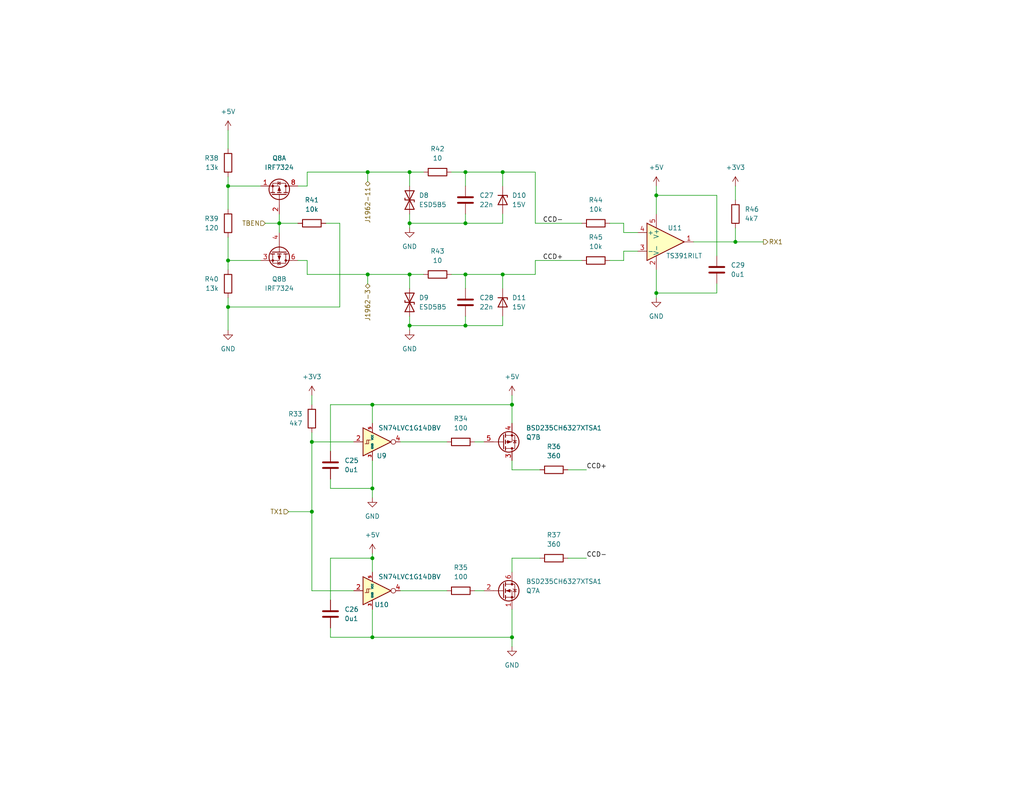
<source format=kicad_sch>
(kicad_sch (version 20211123) (generator eeschema)

  (uuid 7c22f882-7d94-4085-900e-1aee0e050811)

  (paper "USLetter")

  (title_block
    (title "TJ Diag")
    (date "2023-09-12")
    (rev "V1.00")
    (company "andy@britishideas.com")
    (comment 1 "V210/ChryslerScanner_V210/schematic/ChryslerScanner_V210_schematic.pdf")
    (comment 2 "Based on: https://github.com/laszlodaniel/ChryslerScanner/blob/master/PCB/")
    (comment 3 "GPL V3 LICENSE")
  )

  (lib_symbols
    (symbol "74xGxx:SN74LVC1G14DBV" (in_bom yes) (on_board yes)
      (property "Reference" "U" (id 0) (at -2.54 5.08 0)
        (effects (font (size 1.27 1.27)))
      )
      (property "Value" "SN74LVC1G14DBV" (id 1) (at 10.16 5.08 0)
        (effects (font (size 1.27 1.27)))
      )
      (property "Footprint" "Package_TO_SOT_SMD:SOT-23-5" (id 2) (at 0 -6.35 0)
        (effects (font (size 1.27 1.27)) hide)
      )
      (property "Datasheet" "http://www.ti.com/lit/ds/symlink/sn74lvc1g14.pdf" (id 3) (at 0 0 0)
        (effects (font (size 1.27 1.27)) hide)
      )
      (property "ki_keywords" "Inverter Schmitt Trigger" (id 4) (at 0 0 0)
        (effects (font (size 1.27 1.27)) hide)
      )
      (property "ki_description" "Single Schmitt-Trigger Inverter, SOT-23" (id 5) (at 0 0 0)
        (effects (font (size 1.27 1.27)) hide)
      )
      (property "ki_fp_filters" "SOT?23*" (id 6) (at 0 0 0)
        (effects (font (size 1.27 1.27)) hide)
      )
      (symbol "SN74LVC1G14DBV_0_1"
        (polyline
          (pts
            (xy -1.016 0.508)
            (xy -0.508 0.508)
          )
          (stroke (width 0) (type default) (color 0 0 0 0))
          (fill (type none))
        )
        (polyline
          (pts
            (xy -2.54 3.81)
            (xy -2.54 -3.81)
            (xy 5.08 0)
            (xy -2.54 3.81)
          )
          (stroke (width 0.254) (type default) (color 0 0 0 0))
          (fill (type background))
        )
        (polyline
          (pts
            (xy -1.524 -0.508)
            (xy -1.524 0.508)
            (xy -1.016 0.508)
            (xy -1.016 -0.508)
            (xy -2.032 -0.508)
          )
          (stroke (width 0) (type default) (color 0 0 0 0))
          (fill (type none))
        )
        (circle (center 5.715 0) (radius 0.635)
          (stroke (width 0) (type default) (color 0 0 0 0))
          (fill (type none))
        )
      )
      (symbol "SN74LVC1G14DBV_1_1"
        (pin no_connect line (at 5.08 0 180) (length 2.54) hide
          (name "NC" (effects (font (size 1.27 1.27))))
          (number "1" (effects (font (size 1.27 1.27))))
        )
        (pin input line (at -5.08 0 0) (length 2.54)
          (name "~" (effects (font (size 1.27 1.27))))
          (number "2" (effects (font (size 1.27 1.27))))
        )
        (pin power_in line (at 0 -5.08 90) (length 2.54)
          (name "GND" (effects (font (size 0.508 0.508))))
          (number "3" (effects (font (size 0.762 0.762))))
        )
        (pin output line (at 7.62 0 180) (length 1.27)
          (name "~" (effects (font (size 1.27 1.27))))
          (number "4" (effects (font (size 1.27 1.27))))
        )
        (pin power_in line (at 0 5.08 270) (length 2.54)
          (name "VCC" (effects (font (size 0.508 0.508))))
          (number "5" (effects (font (size 0.762 0.762))))
        )
      )
    )
    (symbol "ChryslerScanner:SI1555DL" (pin_names hide) (in_bom yes) (on_board yes)
      (property "Reference" "Q" (id 0) (at 5.08 1.905 0)
        (effects (font (size 1.27 1.27)) (justify left))
      )
      (property "Value" "SI1555DL" (id 1) (at 5.08 0 0)
        (effects (font (size 1.27 1.27)) (justify left))
      )
      (property "Footprint" "Package_TO_SOT_SMD:SOT-23-6" (id 2) (at 5.08 -1.905 0)
        (effects (font (size 1.27 1.27)) (justify left) hide)
      )
      (property "Datasheet" "" (id 3) (at 2.54 0 0)
        (effects (font (size 1.27 1.27)) (justify left) hide)
      )
      (property "ki_keywords" "Dual HEXFET N-Channel P-Channel MOSFET" (id 4) (at 0 0 0)
        (effects (font (size 1.27 1.27)) hide)
      )
      (property "ki_fp_filters" "SOIC*3.9x4.9mm*P1.27mm*" (id 5) (at 0 0 0)
        (effects (font (size 1.27 1.27)) hide)
      )
      (symbol "SI1555DL_0_1"
        (polyline
          (pts
            (xy 0.254 0)
            (xy -2.54 0)
          )
          (stroke (width 0) (type default) (color 0 0 0 0))
          (fill (type none))
        )
        (polyline
          (pts
            (xy 0.254 1.905)
            (xy 0.254 -1.905)
          )
          (stroke (width 0.254) (type default) (color 0 0 0 0))
          (fill (type none))
        )
        (polyline
          (pts
            (xy 0.762 -1.27)
            (xy 0.762 -2.286)
          )
          (stroke (width 0.254) (type default) (color 0 0 0 0))
          (fill (type none))
        )
        (polyline
          (pts
            (xy 0.762 0.508)
            (xy 0.762 -0.508)
          )
          (stroke (width 0.254) (type default) (color 0 0 0 0))
          (fill (type none))
        )
        (polyline
          (pts
            (xy 0.762 2.286)
            (xy 0.762 1.27)
          )
          (stroke (width 0.254) (type default) (color 0 0 0 0))
          (fill (type none))
        )
        (polyline
          (pts
            (xy 2.54 2.54)
            (xy 2.54 1.778)
          )
          (stroke (width 0) (type default) (color 0 0 0 0))
          (fill (type none))
        )
        (polyline
          (pts
            (xy 2.54 -2.54)
            (xy 2.54 0)
            (xy 0.762 0)
          )
          (stroke (width 0) (type default) (color 0 0 0 0))
          (fill (type none))
        )
        (polyline
          (pts
            (xy 0.762 -1.778)
            (xy 3.302 -1.778)
            (xy 3.302 1.778)
            (xy 0.762 1.778)
          )
          (stroke (width 0) (type default) (color 0 0 0 0))
          (fill (type none))
        )
        (circle (center 1.651 0) (radius 2.794)
          (stroke (width 0.254) (type default) (color 0 0 0 0))
          (fill (type none))
        )
        (circle (center 2.54 -1.778) (radius 0.254)
          (stroke (width 0) (type default) (color 0 0 0 0))
          (fill (type outline))
        )
        (circle (center 2.54 1.778) (radius 0.254)
          (stroke (width 0) (type default) (color 0 0 0 0))
          (fill (type outline))
        )
      )
      (symbol "SI1555DL_1_1"
        (polyline
          (pts
            (xy 1.016 0)
            (xy 2.032 0.381)
            (xy 2.032 -0.381)
            (xy 1.016 0)
          )
          (stroke (width 0) (type default) (color 0 0 0 0))
          (fill (type outline))
        )
        (polyline
          (pts
            (xy 2.794 0.508)
            (xy 2.921 0.381)
            (xy 3.683 0.381)
            (xy 3.81 0.254)
          )
          (stroke (width 0) (type default) (color 0 0 0 0))
          (fill (type none))
        )
        (polyline
          (pts
            (xy 3.302 0.381)
            (xy 2.921 -0.254)
            (xy 3.683 -0.254)
            (xy 3.302 0.381)
          )
          (stroke (width 0) (type default) (color 0 0 0 0))
          (fill (type none))
        )
        (pin passive line (at 2.54 -5.08 90) (length 2.54)
          (name "S" (effects (font (size 1.27 1.27))))
          (number "1" (effects (font (size 1.27 1.27))))
        )
        (pin input line (at -5.08 0 0) (length 2.54)
          (name "G" (effects (font (size 1.27 1.27))))
          (number "2" (effects (font (size 1.27 1.27))))
        )
        (pin passive line (at 2.54 5.08 270) (length 2.54)
          (name "D" (effects (font (size 1.27 1.27))))
          (number "6" (effects (font (size 1.27 1.27))))
        )
      )
      (symbol "SI1555DL_2_1"
        (polyline
          (pts
            (xy 2.286 0)
            (xy 1.27 0.381)
            (xy 1.27 -0.381)
            (xy 2.286 0)
          )
          (stroke (width 0) (type default) (color 0 0 0 0))
          (fill (type outline))
        )
        (polyline
          (pts
            (xy 2.794 -0.508)
            (xy 2.921 -0.381)
            (xy 3.683 -0.381)
            (xy 3.81 -0.254)
          )
          (stroke (width 0) (type default) (color 0 0 0 0))
          (fill (type none))
        )
        (polyline
          (pts
            (xy 3.302 -0.381)
            (xy 2.921 0.254)
            (xy 3.683 0.254)
            (xy 3.302 -0.381)
          )
          (stroke (width 0) (type default) (color 0 0 0 0))
          (fill (type none))
        )
        (pin passive line (at 2.54 5.08 270) (length 2.54)
          (name "D" (effects (font (size 1.27 1.27))))
          (number "3" (effects (font (size 1.27 1.27))))
        )
        (pin passive line (at 2.54 -5.08 90) (length 2.54)
          (name "1" (effects (font (size 1.27 1.27))))
          (number "4" (effects (font (size 1.27 1.27))))
        )
        (pin input line (at -5.08 0 0) (length 2.54)
          (name "G" (effects (font (size 1.27 1.27))))
          (number "5" (effects (font (size 1.27 1.27))))
        )
      )
    )
    (symbol "ChryslerScanner:TS391RILT" (pin_names (offset 0.127)) (in_bom yes) (on_board yes)
      (property "Reference" "U" (id 0) (at 0 5.08 0)
        (effects (font (size 1.27 1.27)) (justify left))
      )
      (property "Value" "TS391RILT" (id 1) (at 0 -5.08 0)
        (effects (font (size 1.27 1.27)) (justify left))
      )
      (property "Footprint" "Package_TO_SOT_SMD:SOT-23-5" (id 2) (at 13.97 -11.43 0)
        (effects (font (size 1.27 1.27)) hide)
      )
      (property "Datasheet" "" (id 3) (at 0 5.08 0)
        (effects (font (size 1.27 1.27)) hide)
      )
      (property "manf#" "TS391RILT" (id 4) (at 0 0 0)
        (effects (font (size 1.27 1.27)) hide)
      )
      (property "ki_keywords" "single opamp" (id 5) (at 0 0 0)
        (effects (font (size 1.27 1.27)) hide)
      )
      (property "ki_fp_filters" "SOT?23*" (id 6) (at 0 0 0)
        (effects (font (size 1.27 1.27)) hide)
      )
      (symbol "TS391RILT_0_1"
        (polyline
          (pts
            (xy -5.08 5.08)
            (xy 5.08 0)
            (xy -5.08 -5.08)
            (xy -5.08 5.08)
          )
          (stroke (width 0.254) (type default) (color 0 0 0 0))
          (fill (type background))
        )
        (pin power_in line (at -2.54 -7.62 90) (length 3.81)
          (name "V-" (effects (font (size 1.27 1.27))))
          (number "2" (effects (font (size 1.27 1.27))))
        )
        (pin power_in line (at -2.54 7.62 270) (length 3.81)
          (name "V+" (effects (font (size 1.27 1.27))))
          (number "5" (effects (font (size 1.27 1.27))))
        )
      )
      (symbol "TS391RILT_1_1"
        (pin output line (at 7.62 0 180) (length 2.54)
          (name "~" (effects (font (size 1.27 1.27))))
          (number "1" (effects (font (size 1.27 1.27))))
        )
        (pin input line (at -7.62 -2.54 0) (length 2.54)
          (name "-" (effects (font (size 1.27 1.27))))
          (number "3" (effects (font (size 1.27 1.27))))
        )
        (pin input line (at -7.62 2.54 0) (length 2.54)
          (name "+" (effects (font (size 1.27 1.27))))
          (number "4" (effects (font (size 1.27 1.27))))
        )
      )
    )
    (symbol "Device:C" (pin_numbers hide) (pin_names (offset 0.254)) (in_bom yes) (on_board yes)
      (property "Reference" "C" (id 0) (at 0.635 2.54 0)
        (effects (font (size 1.27 1.27)) (justify left))
      )
      (property "Value" "C" (id 1) (at 0.635 -2.54 0)
        (effects (font (size 1.27 1.27)) (justify left))
      )
      (property "Footprint" "" (id 2) (at 0.9652 -3.81 0)
        (effects (font (size 1.27 1.27)) hide)
      )
      (property "Datasheet" "~" (id 3) (at 0 0 0)
        (effects (font (size 1.27 1.27)) hide)
      )
      (property "ki_keywords" "cap capacitor" (id 4) (at 0 0 0)
        (effects (font (size 1.27 1.27)) hide)
      )
      (property "ki_description" "Unpolarized capacitor" (id 5) (at 0 0 0)
        (effects (font (size 1.27 1.27)) hide)
      )
      (property "ki_fp_filters" "C_*" (id 6) (at 0 0 0)
        (effects (font (size 1.27 1.27)) hide)
      )
      (symbol "C_0_1"
        (polyline
          (pts
            (xy -2.032 -0.762)
            (xy 2.032 -0.762)
          )
          (stroke (width 0.508) (type default) (color 0 0 0 0))
          (fill (type none))
        )
        (polyline
          (pts
            (xy -2.032 0.762)
            (xy 2.032 0.762)
          )
          (stroke (width 0.508) (type default) (color 0 0 0 0))
          (fill (type none))
        )
      )
      (symbol "C_1_1"
        (pin passive line (at 0 3.81 270) (length 2.794)
          (name "~" (effects (font (size 1.27 1.27))))
          (number "1" (effects (font (size 1.27 1.27))))
        )
        (pin passive line (at 0 -3.81 90) (length 2.794)
          (name "~" (effects (font (size 1.27 1.27))))
          (number "2" (effects (font (size 1.27 1.27))))
        )
      )
    )
    (symbol "Device:D_TVS" (pin_numbers hide) (pin_names (offset 1.016) hide) (in_bom yes) (on_board yes)
      (property "Reference" "D" (id 0) (at 0 2.54 0)
        (effects (font (size 1.27 1.27)))
      )
      (property "Value" "D_TVS" (id 1) (at 0 -2.54 0)
        (effects (font (size 1.27 1.27)))
      )
      (property "Footprint" "" (id 2) (at 0 0 0)
        (effects (font (size 1.27 1.27)) hide)
      )
      (property "Datasheet" "~" (id 3) (at 0 0 0)
        (effects (font (size 1.27 1.27)) hide)
      )
      (property "ki_keywords" "diode TVS thyrector" (id 4) (at 0 0 0)
        (effects (font (size 1.27 1.27)) hide)
      )
      (property "ki_description" "Bidirectional transient-voltage-suppression diode" (id 5) (at 0 0 0)
        (effects (font (size 1.27 1.27)) hide)
      )
      (property "ki_fp_filters" "TO-???* *_Diode_* *SingleDiode* D_*" (id 6) (at 0 0 0)
        (effects (font (size 1.27 1.27)) hide)
      )
      (symbol "D_TVS_0_1"
        (polyline
          (pts
            (xy 1.27 0)
            (xy -1.27 0)
          )
          (stroke (width 0) (type default) (color 0 0 0 0))
          (fill (type none))
        )
        (polyline
          (pts
            (xy 0.508 1.27)
            (xy 0 1.27)
            (xy 0 -1.27)
            (xy -0.508 -1.27)
          )
          (stroke (width 0.254) (type default) (color 0 0 0 0))
          (fill (type none))
        )
        (polyline
          (pts
            (xy -2.54 1.27)
            (xy -2.54 -1.27)
            (xy 2.54 1.27)
            (xy 2.54 -1.27)
            (xy -2.54 1.27)
          )
          (stroke (width 0.254) (type default) (color 0 0 0 0))
          (fill (type none))
        )
      )
      (symbol "D_TVS_1_1"
        (pin passive line (at -3.81 0 0) (length 2.54)
          (name "A1" (effects (font (size 1.27 1.27))))
          (number "1" (effects (font (size 1.27 1.27))))
        )
        (pin passive line (at 3.81 0 180) (length 2.54)
          (name "A2" (effects (font (size 1.27 1.27))))
          (number "2" (effects (font (size 1.27 1.27))))
        )
      )
    )
    (symbol "Device:D_Zener" (pin_numbers hide) (pin_names (offset 1.016) hide) (in_bom yes) (on_board yes)
      (property "Reference" "D" (id 0) (at 0 2.54 0)
        (effects (font (size 1.27 1.27)))
      )
      (property "Value" "D_Zener" (id 1) (at 0 -2.54 0)
        (effects (font (size 1.27 1.27)))
      )
      (property "Footprint" "" (id 2) (at 0 0 0)
        (effects (font (size 1.27 1.27)) hide)
      )
      (property "Datasheet" "~" (id 3) (at 0 0 0)
        (effects (font (size 1.27 1.27)) hide)
      )
      (property "ki_keywords" "diode" (id 4) (at 0 0 0)
        (effects (font (size 1.27 1.27)) hide)
      )
      (property "ki_description" "Zener diode" (id 5) (at 0 0 0)
        (effects (font (size 1.27 1.27)) hide)
      )
      (property "ki_fp_filters" "TO-???* *_Diode_* *SingleDiode* D_*" (id 6) (at 0 0 0)
        (effects (font (size 1.27 1.27)) hide)
      )
      (symbol "D_Zener_0_1"
        (polyline
          (pts
            (xy 1.27 0)
            (xy -1.27 0)
          )
          (stroke (width 0) (type default) (color 0 0 0 0))
          (fill (type none))
        )
        (polyline
          (pts
            (xy -1.27 -1.27)
            (xy -1.27 1.27)
            (xy -0.762 1.27)
          )
          (stroke (width 0.254) (type default) (color 0 0 0 0))
          (fill (type none))
        )
        (polyline
          (pts
            (xy 1.27 -1.27)
            (xy 1.27 1.27)
            (xy -1.27 0)
            (xy 1.27 -1.27)
          )
          (stroke (width 0.254) (type default) (color 0 0 0 0))
          (fill (type none))
        )
      )
      (symbol "D_Zener_1_1"
        (pin passive line (at -3.81 0 0) (length 2.54)
          (name "K" (effects (font (size 1.27 1.27))))
          (number "1" (effects (font (size 1.27 1.27))))
        )
        (pin passive line (at 3.81 0 180) (length 2.54)
          (name "A" (effects (font (size 1.27 1.27))))
          (number "2" (effects (font (size 1.27 1.27))))
        )
      )
    )
    (symbol "Device:R" (pin_numbers hide) (pin_names (offset 0)) (in_bom yes) (on_board yes)
      (property "Reference" "R" (id 0) (at 2.032 0 90)
        (effects (font (size 1.27 1.27)))
      )
      (property "Value" "R" (id 1) (at 0 0 90)
        (effects (font (size 1.27 1.27)))
      )
      (property "Footprint" "" (id 2) (at -1.778 0 90)
        (effects (font (size 1.27 1.27)) hide)
      )
      (property "Datasheet" "~" (id 3) (at 0 0 0)
        (effects (font (size 1.27 1.27)) hide)
      )
      (property "ki_keywords" "R res resistor" (id 4) (at 0 0 0)
        (effects (font (size 1.27 1.27)) hide)
      )
      (property "ki_description" "Resistor" (id 5) (at 0 0 0)
        (effects (font (size 1.27 1.27)) hide)
      )
      (property "ki_fp_filters" "R_*" (id 6) (at 0 0 0)
        (effects (font (size 1.27 1.27)) hide)
      )
      (symbol "R_0_1"
        (rectangle (start -1.016 -2.54) (end 1.016 2.54)
          (stroke (width 0.254) (type default) (color 0 0 0 0))
          (fill (type none))
        )
      )
      (symbol "R_1_1"
        (pin passive line (at 0 3.81 270) (length 1.27)
          (name "~" (effects (font (size 1.27 1.27))))
          (number "1" (effects (font (size 1.27 1.27))))
        )
        (pin passive line (at 0 -3.81 90) (length 1.27)
          (name "~" (effects (font (size 1.27 1.27))))
          (number "2" (effects (font (size 1.27 1.27))))
        )
      )
    )
    (symbol "Transistor_FET:IRF7324" (pin_names hide) (in_bom yes) (on_board yes)
      (property "Reference" "Q" (id 0) (at 5.08 1.905 0)
        (effects (font (size 1.27 1.27)) (justify left))
      )
      (property "Value" "IRF7324" (id 1) (at 5.08 0 0)
        (effects (font (size 1.27 1.27)) (justify left))
      )
      (property "Footprint" "Package_SO:SOIC-8_3.9x4.9mm_P1.27mm" (id 2) (at 5.08 -1.905 0)
        (effects (font (size 1.27 1.27)) (justify left) hide)
      )
      (property "Datasheet" "http://www.infineon.com/dgdl/irf7324pbf.pdf?fileId=5546d462533600a4015355f5f0861b4b" (id 3) (at 2.54 0 0)
        (effects (font (size 1.27 1.27)) (justify left) hide)
      )
      (property "ki_keywords" "Dual HEXFET P-Channel MOSFET" (id 4) (at 0 0 0)
        (effects (font (size 1.27 1.27)) hide)
      )
      (property "ki_description" "9A Id, -20V Vds, Dual HEXFET P-Channel MOSFET, SO-8" (id 5) (at 0 0 0)
        (effects (font (size 1.27 1.27)) hide)
      )
      (property "ki_fp_filters" "SOIC*3.9x4.9mm*P1.27mm*" (id 6) (at 0 0 0)
        (effects (font (size 1.27 1.27)) hide)
      )
      (symbol "IRF7324_0_1"
        (polyline
          (pts
            (xy 0.254 0)
            (xy -2.54 0)
          )
          (stroke (width 0) (type default) (color 0 0 0 0))
          (fill (type none))
        )
        (polyline
          (pts
            (xy 0.254 1.905)
            (xy 0.254 -1.905)
          )
          (stroke (width 0.254) (type default) (color 0 0 0 0))
          (fill (type none))
        )
        (polyline
          (pts
            (xy 0.762 -1.27)
            (xy 0.762 -2.286)
          )
          (stroke (width 0.254) (type default) (color 0 0 0 0))
          (fill (type none))
        )
        (polyline
          (pts
            (xy 0.762 0.508)
            (xy 0.762 -0.508)
          )
          (stroke (width 0.254) (type default) (color 0 0 0 0))
          (fill (type none))
        )
        (polyline
          (pts
            (xy 0.762 2.286)
            (xy 0.762 1.27)
          )
          (stroke (width 0.254) (type default) (color 0 0 0 0))
          (fill (type none))
        )
        (polyline
          (pts
            (xy 2.54 2.54)
            (xy 2.54 1.778)
          )
          (stroke (width 0) (type default) (color 0 0 0 0))
          (fill (type none))
        )
        (polyline
          (pts
            (xy 2.54 -2.54)
            (xy 2.54 0)
            (xy 0.762 0)
          )
          (stroke (width 0) (type default) (color 0 0 0 0))
          (fill (type none))
        )
        (polyline
          (pts
            (xy 0.762 1.778)
            (xy 3.302 1.778)
            (xy 3.302 -1.778)
            (xy 0.762 -1.778)
          )
          (stroke (width 0) (type default) (color 0 0 0 0))
          (fill (type none))
        )
        (polyline
          (pts
            (xy 2.286 0)
            (xy 1.27 0.381)
            (xy 1.27 -0.381)
            (xy 2.286 0)
          )
          (stroke (width 0) (type default) (color 0 0 0 0))
          (fill (type outline))
        )
        (polyline
          (pts
            (xy 2.794 -0.508)
            (xy 2.921 -0.381)
            (xy 3.683 -0.381)
            (xy 3.81 -0.254)
          )
          (stroke (width 0) (type default) (color 0 0 0 0))
          (fill (type none))
        )
        (polyline
          (pts
            (xy 3.302 -0.381)
            (xy 2.921 0.254)
            (xy 3.683 0.254)
            (xy 3.302 -0.381)
          )
          (stroke (width 0) (type default) (color 0 0 0 0))
          (fill (type none))
        )
        (circle (center 1.651 0) (radius 2.794)
          (stroke (width 0.254) (type default) (color 0 0 0 0))
          (fill (type none))
        )
        (circle (center 2.54 -1.778) (radius 0.254)
          (stroke (width 0) (type default) (color 0 0 0 0))
          (fill (type outline))
        )
        (circle (center 2.54 1.778) (radius 0.254)
          (stroke (width 0) (type default) (color 0 0 0 0))
          (fill (type outline))
        )
      )
      (symbol "IRF7324_1_1"
        (pin passive line (at 2.54 -5.08 90) (length 2.54)
          (name "S1" (effects (font (size 1.27 1.27))))
          (number "1" (effects (font (size 1.27 1.27))))
        )
        (pin input line (at -5.08 0 0) (length 2.54)
          (name "G1" (effects (font (size 1.27 1.27))))
          (number "2" (effects (font (size 1.27 1.27))))
        )
        (pin passive line (at 2.54 5.08 270) (length 2.54) hide
          (name "D1" (effects (font (size 1.27 1.27))))
          (number "7" (effects (font (size 1.27 1.27))))
        )
        (pin passive line (at 2.54 5.08 270) (length 2.54)
          (name "D1" (effects (font (size 1.27 1.27))))
          (number "8" (effects (font (size 1.27 1.27))))
        )
      )
      (symbol "IRF7324_2_1"
        (pin passive line (at 2.54 -5.08 90) (length 2.54)
          (name "S2" (effects (font (size 1.27 1.27))))
          (number "3" (effects (font (size 1.27 1.27))))
        )
        (pin input line (at -5.08 0 0) (length 2.54)
          (name "G2" (effects (font (size 1.27 1.27))))
          (number "4" (effects (font (size 1.27 1.27))))
        )
        (pin passive line (at 2.54 5.08 270) (length 2.54) hide
          (name "D2" (effects (font (size 1.27 1.27))))
          (number "5" (effects (font (size 1.27 1.27))))
        )
        (pin passive line (at 2.54 5.08 270) (length 2.54)
          (name "D2" (effects (font (size 1.27 1.27))))
          (number "6" (effects (font (size 1.27 1.27))))
        )
      )
    )
    (symbol "power:+3V3" (power) (pin_names (offset 0)) (in_bom yes) (on_board yes)
      (property "Reference" "#PWR" (id 0) (at 0 -3.81 0)
        (effects (font (size 1.27 1.27)) hide)
      )
      (property "Value" "+3V3" (id 1) (at 0 3.556 0)
        (effects (font (size 1.27 1.27)))
      )
      (property "Footprint" "" (id 2) (at 0 0 0)
        (effects (font (size 1.27 1.27)) hide)
      )
      (property "Datasheet" "" (id 3) (at 0 0 0)
        (effects (font (size 1.27 1.27)) hide)
      )
      (property "ki_keywords" "power-flag" (id 4) (at 0 0 0)
        (effects (font (size 1.27 1.27)) hide)
      )
      (property "ki_description" "Power symbol creates a global label with name \"+3V3\"" (id 5) (at 0 0 0)
        (effects (font (size 1.27 1.27)) hide)
      )
      (symbol "+3V3_0_1"
        (polyline
          (pts
            (xy -0.762 1.27)
            (xy 0 2.54)
          )
          (stroke (width 0) (type default) (color 0 0 0 0))
          (fill (type none))
        )
        (polyline
          (pts
            (xy 0 0)
            (xy 0 2.54)
          )
          (stroke (width 0) (type default) (color 0 0 0 0))
          (fill (type none))
        )
        (polyline
          (pts
            (xy 0 2.54)
            (xy 0.762 1.27)
          )
          (stroke (width 0) (type default) (color 0 0 0 0))
          (fill (type none))
        )
      )
      (symbol "+3V3_1_1"
        (pin power_in line (at 0 0 90) (length 0) hide
          (name "+3V3" (effects (font (size 1.27 1.27))))
          (number "1" (effects (font (size 1.27 1.27))))
        )
      )
    )
    (symbol "power:+5V" (power) (pin_names (offset 0)) (in_bom yes) (on_board yes)
      (property "Reference" "#PWR" (id 0) (at 0 -3.81 0)
        (effects (font (size 1.27 1.27)) hide)
      )
      (property "Value" "+5V" (id 1) (at 0 3.556 0)
        (effects (font (size 1.27 1.27)))
      )
      (property "Footprint" "" (id 2) (at 0 0 0)
        (effects (font (size 1.27 1.27)) hide)
      )
      (property "Datasheet" "" (id 3) (at 0 0 0)
        (effects (font (size 1.27 1.27)) hide)
      )
      (property "ki_keywords" "power-flag" (id 4) (at 0 0 0)
        (effects (font (size 1.27 1.27)) hide)
      )
      (property "ki_description" "Power symbol creates a global label with name \"+5V\"" (id 5) (at 0 0 0)
        (effects (font (size 1.27 1.27)) hide)
      )
      (symbol "+5V_0_1"
        (polyline
          (pts
            (xy -0.762 1.27)
            (xy 0 2.54)
          )
          (stroke (width 0) (type default) (color 0 0 0 0))
          (fill (type none))
        )
        (polyline
          (pts
            (xy 0 0)
            (xy 0 2.54)
          )
          (stroke (width 0) (type default) (color 0 0 0 0))
          (fill (type none))
        )
        (polyline
          (pts
            (xy 0 2.54)
            (xy 0.762 1.27)
          )
          (stroke (width 0) (type default) (color 0 0 0 0))
          (fill (type none))
        )
      )
      (symbol "+5V_1_1"
        (pin power_in line (at 0 0 90) (length 0) hide
          (name "+5V" (effects (font (size 1.27 1.27))))
          (number "1" (effects (font (size 1.27 1.27))))
        )
      )
    )
    (symbol "power:GND" (power) (pin_names (offset 0)) (in_bom yes) (on_board yes)
      (property "Reference" "#PWR" (id 0) (at 0 -6.35 0)
        (effects (font (size 1.27 1.27)) hide)
      )
      (property "Value" "GND" (id 1) (at 0 -3.81 0)
        (effects (font (size 1.27 1.27)))
      )
      (property "Footprint" "" (id 2) (at 0 0 0)
        (effects (font (size 1.27 1.27)) hide)
      )
      (property "Datasheet" "" (id 3) (at 0 0 0)
        (effects (font (size 1.27 1.27)) hide)
      )
      (property "ki_keywords" "power-flag" (id 4) (at 0 0 0)
        (effects (font (size 1.27 1.27)) hide)
      )
      (property "ki_description" "Power symbol creates a global label with name \"GND\" , ground" (id 5) (at 0 0 0)
        (effects (font (size 1.27 1.27)) hide)
      )
      (symbol "GND_0_1"
        (polyline
          (pts
            (xy 0 0)
            (xy 0 -1.27)
            (xy 1.27 -1.27)
            (xy 0 -2.54)
            (xy -1.27 -1.27)
            (xy 0 -1.27)
          )
          (stroke (width 0) (type default) (color 0 0 0 0))
          (fill (type none))
        )
      )
      (symbol "GND_1_1"
        (pin power_in line (at 0 0 270) (length 0) hide
          (name "GND" (effects (font (size 1.27 1.27))))
          (number "1" (effects (font (size 1.27 1.27))))
        )
      )
    )
  )

  (junction (at 111.76 74.93) (diameter 0) (color 0 0 0 0)
    (uuid 1c4ff3a1-d759-43a8-9455-f69292c8b85c)
  )
  (junction (at 100.33 46.99) (diameter 0) (color 0 0 0 0)
    (uuid 3f7d59be-2b6e-4986-96ba-06c9ddc1e7c2)
  )
  (junction (at 62.23 71.12) (diameter 0) (color 0 0 0 0)
    (uuid 425d2c87-dab1-452a-854d-ed9139837db9)
  )
  (junction (at 111.76 60.96) (diameter 0) (color 0 0 0 0)
    (uuid 5415ca52-f3c8-44ed-bcf2-afc208b65830)
  )
  (junction (at 100.33 74.93) (diameter 0) (color 0 0 0 0)
    (uuid 55d67e21-7fd3-481d-afbf-c97491dced50)
  )
  (junction (at 179.07 80.01) (diameter 0) (color 0 0 0 0)
    (uuid 5a204e8e-352b-4db0-ae60-91c9db2c4620)
  )
  (junction (at 137.16 74.93) (diameter 0) (color 0 0 0 0)
    (uuid 63f0dfe5-84b8-47dd-9808-872bc26646d0)
  )
  (junction (at 127 60.96) (diameter 0) (color 0 0 0 0)
    (uuid 647f6063-1f10-46b1-b436-1a9f6fc068ad)
  )
  (junction (at 101.6 133.35) (diameter 0) (color 0 0 0 0)
    (uuid 71a7b196-7037-4679-bcc7-654d2f42a8ca)
  )
  (junction (at 101.6 152.4) (diameter 0) (color 0 0 0 0)
    (uuid 7b8b2f53-5317-41b0-beb4-40bb124ad308)
  )
  (junction (at 139.7 110.49) (diameter 0) (color 0 0 0 0)
    (uuid 7c86bcce-1f47-4c5b-8b0e-90f567c89f35)
  )
  (junction (at 127 74.93) (diameter 0) (color 0 0 0 0)
    (uuid 8f1e69cb-8236-4b68-837d-653c0b79dc5c)
  )
  (junction (at 127 46.99) (diameter 0) (color 0 0 0 0)
    (uuid 9471c5c9-e0db-4b81-af1a-94bdde3ff633)
  )
  (junction (at 200.66 66.04) (diameter 0) (color 0 0 0 0)
    (uuid 9581b0ab-9a0b-4c3c-8494-7f5a5ffcd527)
  )
  (junction (at 85.09 139.7) (diameter 0) (color 0 0 0 0)
    (uuid 99cd29af-e3d4-4d52-a118-e62b24b4fee8)
  )
  (junction (at 137.16 46.99) (diameter 0) (color 0 0 0 0)
    (uuid a0f6e8d2-811f-4032-9d8e-ed0848e09d2d)
  )
  (junction (at 62.23 50.8) (diameter 0) (color 0 0 0 0)
    (uuid a77e0633-04b7-4cc5-95ec-ddad03cc79b4)
  )
  (junction (at 62.23 83.82) (diameter 0) (color 0 0 0 0)
    (uuid af666610-cd50-4a1d-afd8-6c6e9f92cdca)
  )
  (junction (at 111.76 46.99) (diameter 0) (color 0 0 0 0)
    (uuid b128c981-e648-4bc8-b5dd-ca533b44bf01)
  )
  (junction (at 101.6 110.49) (diameter 0) (color 0 0 0 0)
    (uuid c21f5ce8-4a63-4ec2-8928-941b80b12dc4)
  )
  (junction (at 111.76 88.9) (diameter 0) (color 0 0 0 0)
    (uuid cac6cab8-2cfb-454a-8645-e81f8b34cbf7)
  )
  (junction (at 139.7 173.99) (diameter 0) (color 0 0 0 0)
    (uuid d1147ece-1f96-43ef-a7d3-59199d7aa0a0)
  )
  (junction (at 127 88.9) (diameter 0) (color 0 0 0 0)
    (uuid e23075af-eb18-45de-8116-9f896da1cccd)
  )
  (junction (at 101.6 173.99) (diameter 0) (color 0 0 0 0)
    (uuid e5ed2aae-4472-40e3-a99c-f94d1b03d017)
  )
  (junction (at 179.07 53.34) (diameter 0) (color 0 0 0 0)
    (uuid eef0012a-7bd4-44c9-bfbb-b9e406c3acfa)
  )
  (junction (at 76.2 60.96) (diameter 0) (color 0 0 0 0)
    (uuid f8bcbc58-38e7-41fd-94a5-a5b17778b50a)
  )
  (junction (at 85.09 120.65) (diameter 0) (color 0 0 0 0)
    (uuid ff785bba-d219-409c-b342-0b32fe7cddd6)
  )

  (wire (pts (xy 100.33 74.93) (xy 83.82 74.93))
    (stroke (width 0) (type default) (color 0 0 0 0))
    (uuid 0001d3d4-0e5f-4dc6-9f72-f9d97f2e48f3)
  )
  (wire (pts (xy 179.07 53.34) (xy 179.07 58.42))
    (stroke (width 0) (type default) (color 0 0 0 0))
    (uuid 0468cbc0-709b-40ba-a6fb-f1c47b224eb8)
  )
  (wire (pts (xy 92.71 83.82) (xy 62.23 83.82))
    (stroke (width 0) (type default) (color 0 0 0 0))
    (uuid 04c1077c-55a9-47fb-97d2-2cca7672ae85)
  )
  (wire (pts (xy 85.09 139.7) (xy 85.09 120.65))
    (stroke (width 0) (type default) (color 0 0 0 0))
    (uuid 07e3956c-9cff-4764-8b09-c5409241c0db)
  )
  (wire (pts (xy 71.12 71.12) (xy 62.23 71.12))
    (stroke (width 0) (type default) (color 0 0 0 0))
    (uuid 07ecb0e3-ab96-41bb-b981-592c780bfb39)
  )
  (wire (pts (xy 109.22 161.29) (xy 121.92 161.29))
    (stroke (width 0) (type default) (color 0 0 0 0))
    (uuid 09d10670-06ba-45a2-b4ea-42687367599f)
  )
  (wire (pts (xy 111.76 58.42) (xy 111.76 60.96))
    (stroke (width 0) (type default) (color 0 0 0 0))
    (uuid 0ecc5f88-4f0a-4bf5-934b-965c18e2e697)
  )
  (wire (pts (xy 146.05 60.96) (xy 158.75 60.96))
    (stroke (width 0) (type default) (color 0 0 0 0))
    (uuid 12c77087-4ee6-484a-9345-1cb7451b73e8)
  )
  (wire (pts (xy 85.09 120.65) (xy 96.52 120.65))
    (stroke (width 0) (type default) (color 0 0 0 0))
    (uuid 1e6f14b0-1e18-4a3e-83fe-dcb4461fdef9)
  )
  (wire (pts (xy 101.6 133.35) (xy 101.6 135.89))
    (stroke (width 0) (type default) (color 0 0 0 0))
    (uuid 202d1321-502f-4ea8-a387-30ce27c103d2)
  )
  (wire (pts (xy 137.16 46.99) (xy 127 46.99))
    (stroke (width 0) (type default) (color 0 0 0 0))
    (uuid 220a3819-a09e-44d8-b0d3-987dc04b9d8d)
  )
  (wire (pts (xy 127 74.93) (xy 123.19 74.93))
    (stroke (width 0) (type default) (color 0 0 0 0))
    (uuid 224e3683-ea38-4da8-8488-e808cad761f6)
  )
  (wire (pts (xy 101.6 110.49) (xy 139.7 110.49))
    (stroke (width 0) (type default) (color 0 0 0 0))
    (uuid 2593397f-072e-4f58-88ab-56eef305d50e)
  )
  (wire (pts (xy 146.05 71.12) (xy 158.75 71.12))
    (stroke (width 0) (type default) (color 0 0 0 0))
    (uuid 25e35e77-e9a3-41dc-bea0-0a7d4f8e412f)
  )
  (wire (pts (xy 111.76 88.9) (xy 111.76 90.17))
    (stroke (width 0) (type default) (color 0 0 0 0))
    (uuid 27543b80-0809-4f1e-9e3c-94fb68f66608)
  )
  (wire (pts (xy 90.17 163.83) (xy 90.17 152.4))
    (stroke (width 0) (type default) (color 0 0 0 0))
    (uuid 2797e6f4-c1b7-4a6d-bd01-07c25de2a22f)
  )
  (wire (pts (xy 137.16 50.8) (xy 137.16 46.99))
    (stroke (width 0) (type default) (color 0 0 0 0))
    (uuid 29d591fb-c5dd-4e2c-88f0-b888d591e415)
  )
  (wire (pts (xy 139.7 166.37) (xy 139.7 173.99))
    (stroke (width 0) (type default) (color 0 0 0 0))
    (uuid 2e9e8c66-2f3b-4238-be87-0c668a3a519c)
  )
  (wire (pts (xy 62.23 64.77) (xy 62.23 71.12))
    (stroke (width 0) (type default) (color 0 0 0 0))
    (uuid 2f9c8753-711b-4b5b-8681-3e4ec1e4841b)
  )
  (wire (pts (xy 200.66 66.04) (xy 189.23 66.04))
    (stroke (width 0) (type default) (color 0 0 0 0))
    (uuid 2ff92a33-8f80-4f57-9651-eba16bb96d53)
  )
  (wire (pts (xy 170.18 68.58) (xy 173.99 68.58))
    (stroke (width 0) (type default) (color 0 0 0 0))
    (uuid 307bebe1-1827-4f06-b4eb-5f0f3f9656b2)
  )
  (wire (pts (xy 127 78.74) (xy 127 74.93))
    (stroke (width 0) (type default) (color 0 0 0 0))
    (uuid 3166f481-c783-4e92-afa2-adc2dae29026)
  )
  (wire (pts (xy 83.82 71.12) (xy 81.28 71.12))
    (stroke (width 0) (type default) (color 0 0 0 0))
    (uuid 342189ff-8e30-4356-894c-0e9e20991a51)
  )
  (wire (pts (xy 195.58 69.85) (xy 195.58 53.34))
    (stroke (width 0) (type default) (color 0 0 0 0))
    (uuid 355ebf74-1b8e-4cfa-8344-1449788b8bc8)
  )
  (wire (pts (xy 100.33 46.99) (xy 111.76 46.99))
    (stroke (width 0) (type default) (color 0 0 0 0))
    (uuid 37416d53-a622-4cfe-8c5e-590ba45e4640)
  )
  (wire (pts (xy 127 60.96) (xy 111.76 60.96))
    (stroke (width 0) (type default) (color 0 0 0 0))
    (uuid 38660f7c-3df6-4acd-a588-b6786ffb9ec1)
  )
  (wire (pts (xy 147.32 152.4) (xy 139.7 152.4))
    (stroke (width 0) (type default) (color 0 0 0 0))
    (uuid 393f3dc4-3cf5-4508-96b5-f1fa6e19db53)
  )
  (wire (pts (xy 200.66 62.23) (xy 200.66 66.04))
    (stroke (width 0) (type default) (color 0 0 0 0))
    (uuid 3b18ae20-f848-43df-9b84-13494fc74d1e)
  )
  (wire (pts (xy 76.2 60.96) (xy 72.39 60.96))
    (stroke (width 0) (type default) (color 0 0 0 0))
    (uuid 3e1c4ffe-eda6-46b6-add7-342d8165ab52)
  )
  (wire (pts (xy 195.58 53.34) (xy 179.07 53.34))
    (stroke (width 0) (type default) (color 0 0 0 0))
    (uuid 3eb418f6-e629-42b7-b2ed-77705eb1479b)
  )
  (wire (pts (xy 137.16 86.36) (xy 137.16 88.9))
    (stroke (width 0) (type default) (color 0 0 0 0))
    (uuid 40d41442-5146-4ae8-8b78-e91a391bf26d)
  )
  (wire (pts (xy 154.94 152.4) (xy 160.02 152.4))
    (stroke (width 0) (type default) (color 0 0 0 0))
    (uuid 4204a794-a06d-4db1-b5fa-43c2cf2b579f)
  )
  (wire (pts (xy 166.37 71.12) (xy 170.18 71.12))
    (stroke (width 0) (type default) (color 0 0 0 0))
    (uuid 43ecb1c8-cd7f-46b4-b4da-898a81adca39)
  )
  (wire (pts (xy 154.94 128.27) (xy 160.02 128.27))
    (stroke (width 0) (type default) (color 0 0 0 0))
    (uuid 4ae58915-336c-42b8-ace4-8466efc53017)
  )
  (wire (pts (xy 111.76 50.8) (xy 111.76 46.99))
    (stroke (width 0) (type default) (color 0 0 0 0))
    (uuid 4fb48bcd-3246-4085-ae05-e4acf4e133d5)
  )
  (wire (pts (xy 127 88.9) (xy 111.76 88.9))
    (stroke (width 0) (type default) (color 0 0 0 0))
    (uuid 55a16bea-fec8-4621-bb22-7f4cac1802b5)
  )
  (wire (pts (xy 129.54 161.29) (xy 132.08 161.29))
    (stroke (width 0) (type default) (color 0 0 0 0))
    (uuid 586fb7ec-34e3-4bfa-a30a-a6558fff425d)
  )
  (wire (pts (xy 100.33 46.99) (xy 100.33 49.53))
    (stroke (width 0) (type default) (color 0 0 0 0))
    (uuid 5aba4898-a056-4df2-bfaf-152d03cf020c)
  )
  (wire (pts (xy 139.7 152.4) (xy 139.7 156.21))
    (stroke (width 0) (type default) (color 0 0 0 0))
    (uuid 5e937807-122c-4b32-b21d-01fa4cd0fbc3)
  )
  (wire (pts (xy 83.82 74.93) (xy 83.82 71.12))
    (stroke (width 0) (type default) (color 0 0 0 0))
    (uuid 6385d718-a246-4b8f-bd19-5edb69c67851)
  )
  (wire (pts (xy 139.7 128.27) (xy 139.7 125.73))
    (stroke (width 0) (type default) (color 0 0 0 0))
    (uuid 6961b81d-2683-40ee-8f5d-4c48eacb87ee)
  )
  (wire (pts (xy 62.23 35.56) (xy 62.23 40.64))
    (stroke (width 0) (type default) (color 0 0 0 0))
    (uuid 69ba4c02-5270-4a31-922f-f3e1f5a64ca9)
  )
  (wire (pts (xy 90.17 123.19) (xy 90.17 110.49))
    (stroke (width 0) (type default) (color 0 0 0 0))
    (uuid 6eccdf09-cef6-432e-b41f-5aed4424d4b7)
  )
  (wire (pts (xy 137.16 58.42) (xy 137.16 60.96))
    (stroke (width 0) (type default) (color 0 0 0 0))
    (uuid 6f511816-4afc-458b-b84d-1256e6897e99)
  )
  (wire (pts (xy 111.76 60.96) (xy 111.76 62.23))
    (stroke (width 0) (type default) (color 0 0 0 0))
    (uuid 7118f67d-32df-4287-a2dd-cad7de04af9b)
  )
  (wire (pts (xy 166.37 60.96) (xy 170.18 60.96))
    (stroke (width 0) (type default) (color 0 0 0 0))
    (uuid 719289e8-e6a2-499a-8eb2-df26733b5914)
  )
  (wire (pts (xy 200.66 66.04) (xy 208.28 66.04))
    (stroke (width 0) (type default) (color 0 0 0 0))
    (uuid 72871b71-43c7-476e-8f96-5f5d5dbcb3f2)
  )
  (wire (pts (xy 127 58.42) (xy 127 60.96))
    (stroke (width 0) (type default) (color 0 0 0 0))
    (uuid 75bc319e-6a77-462e-921f-3563ebaf2882)
  )
  (wire (pts (xy 195.58 80.01) (xy 179.07 80.01))
    (stroke (width 0) (type default) (color 0 0 0 0))
    (uuid 76ab3421-132a-4cca-b346-d68f938f6f82)
  )
  (wire (pts (xy 81.28 50.8) (xy 83.82 50.8))
    (stroke (width 0) (type default) (color 0 0 0 0))
    (uuid 76ba8636-c1c9-4fd4-9db1-0a0043ddd991)
  )
  (wire (pts (xy 71.12 50.8) (xy 62.23 50.8))
    (stroke (width 0) (type default) (color 0 0 0 0))
    (uuid 788b043d-1a6e-451f-82b3-0ad6d7ef4e62)
  )
  (wire (pts (xy 170.18 63.5) (xy 173.99 63.5))
    (stroke (width 0) (type default) (color 0 0 0 0))
    (uuid 87431f52-9e56-427a-93ab-83081b31fee9)
  )
  (wire (pts (xy 137.16 74.93) (xy 146.05 74.93))
    (stroke (width 0) (type default) (color 0 0 0 0))
    (uuid 8763da5c-8bb2-4ed0-a944-7bed17075f3f)
  )
  (wire (pts (xy 170.18 60.96) (xy 170.18 63.5))
    (stroke (width 0) (type default) (color 0 0 0 0))
    (uuid 8bc29873-3bce-4b56-b708-86d61829e201)
  )
  (wire (pts (xy 111.76 78.74) (xy 111.76 74.93))
    (stroke (width 0) (type default) (color 0 0 0 0))
    (uuid 8dd2ab41-84c7-4704-9d4a-bc1cb435c581)
  )
  (wire (pts (xy 179.07 80.01) (xy 179.07 81.28))
    (stroke (width 0) (type default) (color 0 0 0 0))
    (uuid 92a8d239-dbd0-4286-a46c-58aa4fcb87bd)
  )
  (wire (pts (xy 62.23 81.28) (xy 62.23 83.82))
    (stroke (width 0) (type default) (color 0 0 0 0))
    (uuid 97bbadde-8ec7-4438-920a-2b66a0616552)
  )
  (wire (pts (xy 111.76 46.99) (xy 115.57 46.99))
    (stroke (width 0) (type default) (color 0 0 0 0))
    (uuid 980e2edf-7076-442f-814f-f202a61a5b38)
  )
  (wire (pts (xy 127 86.36) (xy 127 88.9))
    (stroke (width 0) (type default) (color 0 0 0 0))
    (uuid 98237294-2075-4967-9ade-5806075cd0a8)
  )
  (wire (pts (xy 109.22 120.65) (xy 121.92 120.65))
    (stroke (width 0) (type default) (color 0 0 0 0))
    (uuid 98781012-a4fe-4547-93bc-7aae09147a0c)
  )
  (wire (pts (xy 90.17 110.49) (xy 101.6 110.49))
    (stroke (width 0) (type default) (color 0 0 0 0))
    (uuid 9b1360b7-d3f3-4776-928b-2793421dc57a)
  )
  (wire (pts (xy 146.05 46.99) (xy 146.05 60.96))
    (stroke (width 0) (type default) (color 0 0 0 0))
    (uuid 9d2fd95e-85c4-4ac7-a609-3fe9a8120b19)
  )
  (wire (pts (xy 137.16 60.96) (xy 127 60.96))
    (stroke (width 0) (type default) (color 0 0 0 0))
    (uuid 9d93e0d0-b66d-453f-951e-00cfa31c9b82)
  )
  (wire (pts (xy 129.54 120.65) (xy 132.08 120.65))
    (stroke (width 0) (type default) (color 0 0 0 0))
    (uuid a4c44984-1841-4dd9-8adc-607f75060894)
  )
  (wire (pts (xy 90.17 171.45) (xy 90.17 173.99))
    (stroke (width 0) (type default) (color 0 0 0 0))
    (uuid a5555a3d-0c83-4c2a-a8e1-dec19d126c33)
  )
  (wire (pts (xy 127 46.99) (xy 123.19 46.99))
    (stroke (width 0) (type default) (color 0 0 0 0))
    (uuid a720b6da-f265-4489-94ba-b523101d7fe3)
  )
  (wire (pts (xy 137.16 78.74) (xy 137.16 74.93))
    (stroke (width 0) (type default) (color 0 0 0 0))
    (uuid a7d9fd8b-c09f-49e2-b80b-bacd014abd31)
  )
  (wire (pts (xy 90.17 130.81) (xy 90.17 133.35))
    (stroke (width 0) (type default) (color 0 0 0 0))
    (uuid a9ccbda9-245f-418a-b5bb-c8662ed12ea5)
  )
  (wire (pts (xy 111.76 74.93) (xy 115.57 74.93))
    (stroke (width 0) (type default) (color 0 0 0 0))
    (uuid aaa8b5e2-ceb7-4a40-a687-489a39622602)
  )
  (wire (pts (xy 62.23 50.8) (xy 62.23 57.15))
    (stroke (width 0) (type default) (color 0 0 0 0))
    (uuid abe7ce26-74a9-4642-bc43-f168f9f833b5)
  )
  (wire (pts (xy 62.23 71.12) (xy 62.23 73.66))
    (stroke (width 0) (type default) (color 0 0 0 0))
    (uuid aea57dba-f90c-4280-a536-a852c121f929)
  )
  (wire (pts (xy 137.16 88.9) (xy 127 88.9))
    (stroke (width 0) (type default) (color 0 0 0 0))
    (uuid af722b94-32c8-4a18-8a7b-b0ccda8566d7)
  )
  (wire (pts (xy 76.2 58.42) (xy 76.2 60.96))
    (stroke (width 0) (type default) (color 0 0 0 0))
    (uuid af9c7e05-b91f-48d2-b639-bde03269f57c)
  )
  (wire (pts (xy 101.6 166.37) (xy 101.6 173.99))
    (stroke (width 0) (type default) (color 0 0 0 0))
    (uuid af9e2751-93f0-42e8-91e3-3f20752cb89e)
  )
  (wire (pts (xy 88.9 60.96) (xy 92.71 60.96))
    (stroke (width 0) (type default) (color 0 0 0 0))
    (uuid b463d17b-a292-48cd-9efc-52ee413cb79b)
  )
  (wire (pts (xy 90.17 173.99) (xy 101.6 173.99))
    (stroke (width 0) (type default) (color 0 0 0 0))
    (uuid b62ce1e2-9f3c-4b42-b3d8-0600b23e2a71)
  )
  (wire (pts (xy 147.32 128.27) (xy 139.7 128.27))
    (stroke (width 0) (type default) (color 0 0 0 0))
    (uuid b76b1309-5b42-4d14-9d58-ff9dfa387d44)
  )
  (wire (pts (xy 101.6 151.13) (xy 101.6 152.4))
    (stroke (width 0) (type default) (color 0 0 0 0))
    (uuid b85a7c29-80bb-4845-b916-543439f6d21b)
  )
  (wire (pts (xy 139.7 110.49) (xy 139.7 115.57))
    (stroke (width 0) (type default) (color 0 0 0 0))
    (uuid bfb085de-0c96-4871-9e91-badb23d1e9e5)
  )
  (wire (pts (xy 179.07 73.66) (xy 179.07 80.01))
    (stroke (width 0) (type default) (color 0 0 0 0))
    (uuid c149d8eb-bf40-434d-9db7-72d295d7c571)
  )
  (wire (pts (xy 96.52 161.29) (xy 85.09 161.29))
    (stroke (width 0) (type default) (color 0 0 0 0))
    (uuid c244b6dd-64ca-4662-9950-9cb7b3c651fa)
  )
  (wire (pts (xy 83.82 50.8) (xy 83.82 46.99))
    (stroke (width 0) (type default) (color 0 0 0 0))
    (uuid c2ad92e1-30c2-4424-a4df-4643fe5538c6)
  )
  (wire (pts (xy 137.16 46.99) (xy 146.05 46.99))
    (stroke (width 0) (type default) (color 0 0 0 0))
    (uuid c9edcea7-dd1c-429d-bdd7-0dcc305a6c67)
  )
  (wire (pts (xy 101.6 173.99) (xy 139.7 173.99))
    (stroke (width 0) (type default) (color 0 0 0 0))
    (uuid cde4ef3f-79ad-4c0e-b0bc-40d59840b0eb)
  )
  (wire (pts (xy 137.16 74.93) (xy 127 74.93))
    (stroke (width 0) (type default) (color 0 0 0 0))
    (uuid cf32581f-1029-4804-82ca-ce7abbf0d990)
  )
  (wire (pts (xy 92.71 60.96) (xy 92.71 83.82))
    (stroke (width 0) (type default) (color 0 0 0 0))
    (uuid d0bfad69-2473-49f3-91c8-d156fd5257bc)
  )
  (wire (pts (xy 100.33 74.93) (xy 100.33 77.47))
    (stroke (width 0) (type default) (color 0 0 0 0))
    (uuid d5227487-3218-4714-ac86-a517cdef8530)
  )
  (wire (pts (xy 200.66 50.8) (xy 200.66 54.61))
    (stroke (width 0) (type default) (color 0 0 0 0))
    (uuid d70cf434-bff9-4e91-b798-3ddcfdce900d)
  )
  (wire (pts (xy 90.17 133.35) (xy 101.6 133.35))
    (stroke (width 0) (type default) (color 0 0 0 0))
    (uuid d91818c4-8877-4713-81fc-95af0e9e32e5)
  )
  (wire (pts (xy 101.6 115.57) (xy 101.6 110.49))
    (stroke (width 0) (type default) (color 0 0 0 0))
    (uuid da2c12ef-7d27-44f6-9d89-75f0e04aa16e)
  )
  (wire (pts (xy 62.23 83.82) (xy 62.23 90.17))
    (stroke (width 0) (type default) (color 0 0 0 0))
    (uuid de5fbfa0-3889-4975-afbd-eb30c51cde0f)
  )
  (wire (pts (xy 111.76 86.36) (xy 111.76 88.9))
    (stroke (width 0) (type default) (color 0 0 0 0))
    (uuid e1082257-35f7-415d-93de-fe655a42a37c)
  )
  (wire (pts (xy 101.6 152.4) (xy 101.6 156.21))
    (stroke (width 0) (type default) (color 0 0 0 0))
    (uuid e1c1bfe7-4327-414d-ac76-374457368ca7)
  )
  (wire (pts (xy 170.18 71.12) (xy 170.18 68.58))
    (stroke (width 0) (type default) (color 0 0 0 0))
    (uuid e3ba49de-297b-434f-ab3a-673214ff828c)
  )
  (wire (pts (xy 101.6 125.73) (xy 101.6 133.35))
    (stroke (width 0) (type default) (color 0 0 0 0))
    (uuid e436c553-2749-4b90-8ce9-35f62721b572)
  )
  (wire (pts (xy 85.09 118.11) (xy 85.09 120.65))
    (stroke (width 0) (type default) (color 0 0 0 0))
    (uuid e78c78c8-4249-426b-8833-8f479ce2d6d4)
  )
  (wire (pts (xy 76.2 60.96) (xy 76.2 63.5))
    (stroke (width 0) (type default) (color 0 0 0 0))
    (uuid e7ae8028-9da0-4867-b50b-66d57919a00f)
  )
  (wire (pts (xy 127 50.8) (xy 127 46.99))
    (stroke (width 0) (type default) (color 0 0 0 0))
    (uuid ee47fea0-c825-4420-8c64-1626928bb34d)
  )
  (wire (pts (xy 78.74 139.7) (xy 85.09 139.7))
    (stroke (width 0) (type default) (color 0 0 0 0))
    (uuid eec5acab-6bba-4863-9a41-85fe4219f5a0)
  )
  (wire (pts (xy 62.23 48.26) (xy 62.23 50.8))
    (stroke (width 0) (type default) (color 0 0 0 0))
    (uuid f04d39f6-3f2b-4973-ab5a-f87399a13e49)
  )
  (wire (pts (xy 139.7 173.99) (xy 139.7 176.53))
    (stroke (width 0) (type default) (color 0 0 0 0))
    (uuid f05787bf-24e4-4311-89a3-ac108be07b36)
  )
  (wire (pts (xy 85.09 107.95) (xy 85.09 110.49))
    (stroke (width 0) (type default) (color 0 0 0 0))
    (uuid f22b7567-7c5d-4d5a-a656-5f59dbb8577b)
  )
  (wire (pts (xy 85.09 161.29) (xy 85.09 139.7))
    (stroke (width 0) (type default) (color 0 0 0 0))
    (uuid f2d13fe9-2da8-4468-b844-15039056f3b1)
  )
  (wire (pts (xy 83.82 46.99) (xy 100.33 46.99))
    (stroke (width 0) (type default) (color 0 0 0 0))
    (uuid f3f2a568-5347-4e80-959a-d1d7747d7563)
  )
  (wire (pts (xy 195.58 77.47) (xy 195.58 80.01))
    (stroke (width 0) (type default) (color 0 0 0 0))
    (uuid f44f320e-d85e-43c1-bd62-9c7e67aae7d4)
  )
  (wire (pts (xy 90.17 152.4) (xy 101.6 152.4))
    (stroke (width 0) (type default) (color 0 0 0 0))
    (uuid f5127566-a08a-4b74-8fa2-7da891e06657)
  )
  (wire (pts (xy 139.7 107.95) (xy 139.7 110.49))
    (stroke (width 0) (type default) (color 0 0 0 0))
    (uuid f631cd13-db7a-42b2-92a0-9342541d63fd)
  )
  (wire (pts (xy 179.07 50.8) (xy 179.07 53.34))
    (stroke (width 0) (type default) (color 0 0 0 0))
    (uuid f7d2b159-27a1-4811-80ff-f7493333321b)
  )
  (wire (pts (xy 100.33 74.93) (xy 111.76 74.93))
    (stroke (width 0) (type default) (color 0 0 0 0))
    (uuid f857ce37-483a-45e4-9814-6422d770d861)
  )
  (wire (pts (xy 81.28 60.96) (xy 76.2 60.96))
    (stroke (width 0) (type default) (color 0 0 0 0))
    (uuid faf7fe53-224f-40bf-99fe-5f08bada68e8)
  )
  (wire (pts (xy 146.05 74.93) (xy 146.05 71.12))
    (stroke (width 0) (type default) (color 0 0 0 0))
    (uuid fbdda3fc-5052-463e-9f34-57dd50420db4)
  )

  (label "CCD+" (at 160.02 128.27 0)
    (effects (font (size 1.27 1.27)) (justify left bottom))
    (uuid 327c5b75-2b3e-43bd-b1d1-d18ebec053bc)
  )
  (label "CCD-" (at 160.02 152.4 0)
    (effects (font (size 1.27 1.27)) (justify left bottom))
    (uuid 360a8ad3-476c-4085-b2cd-eb8299f4bde9)
  )
  (label "CCD-" (at 153.67 60.96 180)
    (effects (font (size 1.27 1.27)) (justify right bottom))
    (uuid 56541dc4-dbb7-45c0-af4b-06eb9766dbf5)
  )
  (label "CCD+" (at 153.67 71.12 180)
    (effects (font (size 1.27 1.27)) (justify right bottom))
    (uuid a5493a68-a07b-4212-800e-df61a036ac5d)
  )

  (hierarchical_label "RX1" (shape output) (at 208.28 66.04 0)
    (effects (font (size 1.27 1.27)) (justify left))
    (uuid 068a11f5-5fbf-4d0e-9042-ff9a3080e83e)
  )
  (hierarchical_label "J1962-3" (shape bidirectional) (at 100.33 77.47 270)
    (effects (font (size 1.27 1.27)) (justify right))
    (uuid 80c62d04-8a42-423e-8a2b-6453d7c62119)
  )
  (hierarchical_label "TX1" (shape input) (at 78.74 139.7 180)
    (effects (font (size 1.27 1.27)) (justify right))
    (uuid c2db78d6-b593-4346-b097-7c334efc6ce8)
  )
  (hierarchical_label "TBEN" (shape input) (at 72.39 60.96 180)
    (effects (font (size 1.27 1.27)) (justify right))
    (uuid dac82666-14ba-4541-b807-e1b77276fe0c)
  )
  (hierarchical_label "J1962-11" (shape bidirectional) (at 100.33 49.53 270)
    (effects (font (size 1.27 1.27)) (justify right))
    (uuid eab44b7f-558a-456c-b72d-f7a898b6eaf7)
  )

  (symbol (lib_id "power:+5V") (at 62.23 35.56 0) (mirror y) (unit 1)
    (in_bom yes) (on_board yes) (fields_autoplaced)
    (uuid 008eb93e-8940-4b11-8ec2-7d143bc7d898)
    (property "Reference" "#PWR054" (id 0) (at 62.23 39.37 0)
      (effects (font (size 1.27 1.27)) hide)
    )
    (property "Value" "+5V" (id 1) (at 62.23 30.48 0))
    (property "Footprint" "" (id 2) (at 62.23 35.56 0)
      (effects (font (size 1.27 1.27)) hide)
    )
    (property "Datasheet" "" (id 3) (at 62.23 35.56 0)
      (effects (font (size 1.27 1.27)) hide)
    )
    (pin "1" (uuid ea545213-658e-41be-9e89-bfe1018b2e94))
  )

  (symbol (lib_id "Device:D_Zener") (at 137.16 54.61 270) (unit 1)
    (in_bom yes) (on_board yes) (fields_autoplaced)
    (uuid 038656f9-c5cf-4106-b048-61e13388edc4)
    (property "Reference" "D10" (id 0) (at 139.7 53.3399 90)
      (effects (font (size 1.27 1.27)) (justify left))
    )
    (property "Value" "15V" (id 1) (at 139.7 55.8799 90)
      (effects (font (size 1.27 1.27)) (justify left))
    )
    (property "Footprint" "Diode_SMD:D_SOD-323" (id 2) (at 137.16 54.61 0)
      (effects (font (size 1.27 1.27)) hide)
    )
    (property "Datasheet" "~" (id 3) (at 137.16 54.61 0)
      (effects (font (size 1.27 1.27)) hide)
    )
    (property "manf#" "BZX38450-C15F" (id 4) (at 137.16 54.61 90)
      (effects (font (size 1.27 1.27)) hide)
    )
    (pin "1" (uuid 554ae37c-acc6-40ff-b852-fbe0bccb69c1))
    (pin "2" (uuid 5f04f59e-2665-44f7-96d8-f8d8fb1c13e9))
  )

  (symbol (lib_id "Device:R") (at 62.23 44.45 0) (mirror y) (unit 1)
    (in_bom yes) (on_board yes)
    (uuid 11095e62-c360-4d83-a8d8-84de34a52b9d)
    (property "Reference" "R38" (id 0) (at 59.69 43.1799 0)
      (effects (font (size 1.27 1.27)) (justify left))
    )
    (property "Value" "13k" (id 1) (at 59.69 45.72 0)
      (effects (font (size 1.27 1.27)) (justify left))
    )
    (property "Footprint" "Resistor_SMD:R_0603_1608Metric" (id 2) (at 64.008 44.45 90)
      (effects (font (size 1.27 1.27)) hide)
    )
    (property "Datasheet" "~" (id 3) (at 62.23 44.45 0)
      (effects (font (size 1.27 1.27)) hide)
    )
    (pin "1" (uuid bbab9d41-6032-4af8-bb18-0782d8703c6b))
    (pin "2" (uuid 007de9fe-1d25-43ad-8077-d815710ce268))
  )

  (symbol (lib_id "power:+3V3") (at 200.66 50.8 0) (unit 1)
    (in_bom yes) (on_board yes) (fields_autoplaced)
    (uuid 119aaf9b-2311-41fa-9237-7f4689723a0a)
    (property "Reference" "#PWR060" (id 0) (at 200.66 54.61 0)
      (effects (font (size 1.27 1.27)) hide)
    )
    (property "Value" "+3V3" (id 1) (at 200.66 45.72 0))
    (property "Footprint" "" (id 2) (at 200.66 50.8 0)
      (effects (font (size 1.27 1.27)) hide)
    )
    (property "Datasheet" "" (id 3) (at 200.66 50.8 0)
      (effects (font (size 1.27 1.27)) hide)
    )
    (pin "1" (uuid 920b524a-5277-456e-86df-16c66e40f0dd))
  )

  (symbol (lib_id "Device:C") (at 90.17 167.64 0) (unit 1)
    (in_bom yes) (on_board yes) (fields_autoplaced)
    (uuid 164332fc-9f2a-4717-95cc-203e48dab56c)
    (property "Reference" "C26" (id 0) (at 93.98 166.3699 0)
      (effects (font (size 1.27 1.27)) (justify left))
    )
    (property "Value" "0u1" (id 1) (at 93.98 168.9099 0)
      (effects (font (size 1.27 1.27)) (justify left))
    )
    (property "Footprint" "Capacitor_SMD:C_0603_1608Metric" (id 2) (at 91.1352 171.45 0)
      (effects (font (size 1.27 1.27)) hide)
    )
    (property "Datasheet" "~" (id 3) (at 90.17 167.64 0)
      (effects (font (size 1.27 1.27)) hide)
    )
    (pin "1" (uuid be200e8a-ab00-4867-97e8-4964d8a6f9ef))
    (pin "2" (uuid c76caeeb-fd7f-4bfb-abb5-86bfa27887d5))
  )

  (symbol (lib_id "Device:D_TVS") (at 111.76 54.61 90) (unit 1)
    (in_bom yes) (on_board yes) (fields_autoplaced)
    (uuid 1d327450-6652-4c36-98fa-52f3b669faa4)
    (property "Reference" "D8" (id 0) (at 114.3 53.3399 90)
      (effects (font (size 1.27 1.27)) (justify right))
    )
    (property "Value" "ESD5B5" (id 1) (at 114.3 55.8799 90)
      (effects (font (size 1.27 1.27)) (justify right))
    )
    (property "Footprint" "Diode_SMD:D_SOD-523" (id 2) (at 111.76 54.61 0)
      (effects (font (size 1.27 1.27)) hide)
    )
    (property "Datasheet" "~" (id 3) (at 111.76 54.61 0)
      (effects (font (size 1.27 1.27)) hide)
    )
    (property "manf#" "ESD5B5.0ST5G" (id 4) (at 111.76 54.61 0)
      (effects (font (size 1.27 1.27)) hide)
    )
    (pin "1" (uuid 64e7319f-3e57-4abc-a340-00783086d645))
    (pin "2" (uuid 27f9f9f7-b7d6-40e9-8ff4-ad7dd4d9826a))
  )

  (symbol (lib_id "power:+5V") (at 139.7 107.95 0) (unit 1)
    (in_bom yes) (on_board yes) (fields_autoplaced)
    (uuid 2770140f-ec45-494e-8c53-f540149bd209)
    (property "Reference" "#PWR052" (id 0) (at 139.7 111.76 0)
      (effects (font (size 1.27 1.27)) hide)
    )
    (property "Value" "+5V" (id 1) (at 139.7 102.87 0))
    (property "Footprint" "" (id 2) (at 139.7 107.95 0)
      (effects (font (size 1.27 1.27)) hide)
    )
    (property "Datasheet" "" (id 3) (at 139.7 107.95 0)
      (effects (font (size 1.27 1.27)) hide)
    )
    (pin "1" (uuid 095d03e2-a878-45fd-b25e-923af0b560ee))
  )

  (symbol (lib_id "Transistor_FET:IRF7324") (at 76.2 68.58 270) (unit 2)
    (in_bom yes) (on_board yes) (fields_autoplaced)
    (uuid 2857297b-d477-4853-a856-f48f52a96310)
    (property "Reference" "Q8" (id 0) (at 76.2 76.2 90))
    (property "Value" "IRF7324" (id 1) (at 76.2 78.74 90))
    (property "Footprint" "Package_SO:SOIC-8_3.9x4.9mm_P1.27mm" (id 2) (at 74.295 73.66 0)
      (effects (font (size 1.27 1.27)) (justify left) hide)
    )
    (property "Datasheet" "http://www.infineon.com/dgdl/irf7324pbf.pdf?fileId=5546d462533600a4015355f5f0861b4b" (id 3) (at 76.2 71.12 0)
      (effects (font (size 1.27 1.27)) (justify left) hide)
    )
    (pin "1" (uuid 90a421c3-5eba-4429-afb8-af513ef74d6c))
    (pin "2" (uuid 3928787c-bba8-499e-af2c-a56ab3e71303))
    (pin "7" (uuid 6bff5018-b81c-4d85-a573-e457a6f683c3))
    (pin "8" (uuid 81cd4f32-42db-4928-a7ef-fb35515b0027))
    (pin "3" (uuid 4273b53a-4dec-4677-af5e-681671132ae3))
    (pin "4" (uuid d6710999-ea65-4e56-a818-0bfea13a3f07))
    (pin "5" (uuid ba4bc789-63a6-45ba-9743-bf967bf6b614))
    (pin "6" (uuid 358885f5-0919-410a-876c-3f81e67fe09f))
  )

  (symbol (lib_id "74xGxx:SN74LVC1G14DBV") (at 101.6 120.65 0) (unit 1)
    (in_bom yes) (on_board yes)
    (uuid 2b501258-fce8-403d-b2a1-3f6a40096ba8)
    (property "Reference" "U9" (id 0) (at 104.14 124.46 0))
    (property "Value" "SN74LVC1G14DBV" (id 1) (at 111.76 116.84 0))
    (property "Footprint" "Package_TO_SOT_SMD:SOT-23-5" (id 2) (at 101.6 127 0)
      (effects (font (size 1.27 1.27)) hide)
    )
    (property "Datasheet" "http://www.ti.com/lit/ds/symlink/sn74lvc1g14.pdf" (id 3) (at 101.6 120.65 0)
      (effects (font (size 1.27 1.27)) hide)
    )
    (pin "1" (uuid c6f29ea6-b969-42ec-9e42-a7e42174a2e5))
    (pin "2" (uuid 2544bab2-2fdb-42ce-afe6-21374cecefa0))
    (pin "3" (uuid 4606c976-027e-41d0-8a8f-983b43c66819))
    (pin "4" (uuid dc27c461-a53d-4b9e-b323-788ec0aa4eae))
    (pin "5" (uuid 05fb406b-25e2-442e-a388-5627335144a8))
  )

  (symbol (lib_id "power:GND") (at 101.6 135.89 0) (unit 1)
    (in_bom yes) (on_board yes) (fields_autoplaced)
    (uuid 3a0de9da-4cb1-42a0-a39a-ccc4c3f7592b)
    (property "Reference" "#PWR050" (id 0) (at 101.6 142.24 0)
      (effects (font (size 1.27 1.27)) hide)
    )
    (property "Value" "GND" (id 1) (at 101.6 140.97 0))
    (property "Footprint" "" (id 2) (at 101.6 135.89 0)
      (effects (font (size 1.27 1.27)) hide)
    )
    (property "Datasheet" "" (id 3) (at 101.6 135.89 0)
      (effects (font (size 1.27 1.27)) hide)
    )
    (pin "1" (uuid 48567bd7-0598-485b-8a41-a3c3aa7c2053))
  )

  (symbol (lib_id "Device:C") (at 195.58 73.66 0) (unit 1)
    (in_bom yes) (on_board yes) (fields_autoplaced)
    (uuid 3bc4c945-b12b-4024-a52c-d1f2577fc998)
    (property "Reference" "C29" (id 0) (at 199.39 72.3899 0)
      (effects (font (size 1.27 1.27)) (justify left))
    )
    (property "Value" "0u1" (id 1) (at 199.39 74.9299 0)
      (effects (font (size 1.27 1.27)) (justify left))
    )
    (property "Footprint" "Capacitor_SMD:C_0603_1608Metric" (id 2) (at 196.5452 77.47 0)
      (effects (font (size 1.27 1.27)) hide)
    )
    (property "Datasheet" "~" (id 3) (at 195.58 73.66 0)
      (effects (font (size 1.27 1.27)) hide)
    )
    (pin "1" (uuid 514d76e3-ce9d-4465-92b9-0f67ff1450c4))
    (pin "2" (uuid 77850221-9754-4ffa-a62a-2da1c7613d23))
  )

  (symbol (lib_id "Device:R") (at 62.23 60.96 0) (mirror y) (unit 1)
    (in_bom yes) (on_board yes)
    (uuid 49d695a9-c6ec-42f4-aa51-9db100f65e17)
    (property "Reference" "R39" (id 0) (at 59.69 59.6899 0)
      (effects (font (size 1.27 1.27)) (justify left))
    )
    (property "Value" "120" (id 1) (at 59.69 62.23 0)
      (effects (font (size 1.27 1.27)) (justify left))
    )
    (property "Footprint" "Resistor_SMD:R_0603_1608Metric" (id 2) (at 64.008 60.96 90)
      (effects (font (size 1.27 1.27)) hide)
    )
    (property "Datasheet" "~" (id 3) (at 62.23 60.96 0)
      (effects (font (size 1.27 1.27)) hide)
    )
    (pin "1" (uuid 2448629d-bbf5-4628-b8c5-fd8451120184))
    (pin "2" (uuid f94aa525-e3e2-4d95-ab96-ec76608c86a0))
  )

  (symbol (lib_id "power:GND") (at 179.07 81.28 0) (unit 1)
    (in_bom yes) (on_board yes) (fields_autoplaced)
    (uuid 4ae9e4ff-df7e-496d-819e-fcf32a6f2103)
    (property "Reference" "#PWR059" (id 0) (at 179.07 87.63 0)
      (effects (font (size 1.27 1.27)) hide)
    )
    (property "Value" "GND" (id 1) (at 179.07 86.36 0))
    (property "Footprint" "" (id 2) (at 179.07 81.28 0)
      (effects (font (size 1.27 1.27)) hide)
    )
    (property "Datasheet" "" (id 3) (at 179.07 81.28 0)
      (effects (font (size 1.27 1.27)) hide)
    )
    (pin "1" (uuid 759fc56a-6db0-45b0-a629-c433784b7778))
  )

  (symbol (lib_id "Device:R") (at 85.09 114.3 0) (mirror y) (unit 1)
    (in_bom yes) (on_board yes)
    (uuid 4ce1c58c-8853-4f60-954c-92f05c220a57)
    (property "Reference" "R33" (id 0) (at 82.55 113.0299 0)
      (effects (font (size 1.27 1.27)) (justify left))
    )
    (property "Value" "4k7" (id 1) (at 82.55 115.57 0)
      (effects (font (size 1.27 1.27)) (justify left))
    )
    (property "Footprint" "Resistor_SMD:R_0603_1608Metric" (id 2) (at 86.868 114.3 90)
      (effects (font (size 1.27 1.27)) hide)
    )
    (property "Datasheet" "~" (id 3) (at 85.09 114.3 0)
      (effects (font (size 1.27 1.27)) hide)
    )
    (pin "1" (uuid 8cdb3d24-897c-4e38-9447-2c11bda790fb))
    (pin "2" (uuid 18c8e059-d61c-446e-b160-efee246adb61))
  )

  (symbol (lib_id "Device:C") (at 90.17 127 0) (unit 1)
    (in_bom yes) (on_board yes) (fields_autoplaced)
    (uuid 4ffb8487-b333-42d4-871b-c3497ba5a631)
    (property "Reference" "C25" (id 0) (at 93.98 125.7299 0)
      (effects (font (size 1.27 1.27)) (justify left))
    )
    (property "Value" "0u1" (id 1) (at 93.98 128.2699 0)
      (effects (font (size 1.27 1.27)) (justify left))
    )
    (property "Footprint" "Capacitor_SMD:C_0603_1608Metric" (id 2) (at 91.1352 130.81 0)
      (effects (font (size 1.27 1.27)) hide)
    )
    (property "Datasheet" "~" (id 3) (at 90.17 127 0)
      (effects (font (size 1.27 1.27)) hide)
    )
    (pin "1" (uuid f9764b61-126b-4cbc-90d7-3c472afc8655))
    (pin "2" (uuid ac12c9c4-5967-4589-8004-4ecedfe6f77c))
  )

  (symbol (lib_id "power:+3V3") (at 85.09 107.95 0) (unit 1)
    (in_bom yes) (on_board yes) (fields_autoplaced)
    (uuid 5348c4fb-05f8-4f84-98a5-48b79cf11bf5)
    (property "Reference" "#PWR049" (id 0) (at 85.09 111.76 0)
      (effects (font (size 1.27 1.27)) hide)
    )
    (property "Value" "+3V3" (id 1) (at 85.09 102.87 0))
    (property "Footprint" "" (id 2) (at 85.09 107.95 0)
      (effects (font (size 1.27 1.27)) hide)
    )
    (property "Datasheet" "" (id 3) (at 85.09 107.95 0)
      (effects (font (size 1.27 1.27)) hide)
    )
    (pin "1" (uuid eefe96d2-2122-402d-aa1d-fb79f3bfb26f))
  )

  (symbol (lib_id "Device:C") (at 127 82.55 0) (unit 1)
    (in_bom yes) (on_board yes) (fields_autoplaced)
    (uuid 567b4b91-7339-46aa-95d4-e9336f828235)
    (property "Reference" "C28" (id 0) (at 130.81 81.2799 0)
      (effects (font (size 1.27 1.27)) (justify left))
    )
    (property "Value" "22n" (id 1) (at 130.81 83.8199 0)
      (effects (font (size 1.27 1.27)) (justify left))
    )
    (property "Footprint" "Capacitor_SMD:C_0603_1608Metric" (id 2) (at 127.9652 86.36 0)
      (effects (font (size 1.27 1.27)) hide)
    )
    (property "Datasheet" "~" (id 3) (at 127 82.55 0)
      (effects (font (size 1.27 1.27)) hide)
    )
    (pin "1" (uuid a65c853e-a801-4388-95c9-8989a9eaee76))
    (pin "2" (uuid a0e74239-4302-4601-bb30-fbac4c7553eb))
  )

  (symbol (lib_id "Device:D_Zener") (at 137.16 82.55 270) (unit 1)
    (in_bom yes) (on_board yes) (fields_autoplaced)
    (uuid 597108fa-27e4-4934-a181-71e695c6c3f5)
    (property "Reference" "D11" (id 0) (at 139.7 81.2799 90)
      (effects (font (size 1.27 1.27)) (justify left))
    )
    (property "Value" "15V" (id 1) (at 139.7 83.8199 90)
      (effects (font (size 1.27 1.27)) (justify left))
    )
    (property "Footprint" "Diode_SMD:D_SOD-323" (id 2) (at 137.16 82.55 0)
      (effects (font (size 1.27 1.27)) hide)
    )
    (property "Datasheet" "~" (id 3) (at 137.16 82.55 0)
      (effects (font (size 1.27 1.27)) hide)
    )
    (property "manf#" "BZX38450-C15F" (id 4) (at 137.16 82.55 90)
      (effects (font (size 1.27 1.27)) hide)
    )
    (pin "1" (uuid 03c048a5-835a-4c63-b0a4-19d387bcffa0))
    (pin "2" (uuid 71acdacc-db09-4058-93e8-a188617e0997))
  )

  (symbol (lib_id "ChryslerScanner:SI1555DL") (at 137.16 120.65 0) (mirror x) (unit 2)
    (in_bom yes) (on_board yes)
    (uuid 602a38c1-42e6-4451-b683-d11a102cb36a)
    (property "Reference" "Q7" (id 0) (at 143.51 119.3799 0)
      (effects (font (size 1.27 1.27)) (justify left))
    )
    (property "Value" "BSD235CH6327XTSA1" (id 1) (at 143.51 116.84 0)
      (effects (font (size 1.27 1.27)) (justify left))
    )
    (property "Footprint" "Package_TO_SOT_SMD:SOT-363_SC-70-6" (id 2) (at 142.24 118.745 0)
      (effects (font (size 1.27 1.27)) (justify left) hide)
    )
    (property "Datasheet" "" (id 3) (at 139.7 120.65 0)
      (effects (font (size 1.27 1.27)) (justify left) hide)
    )
    (property "manf#" "BSD235CH6327XTSA1" (id 4) (at 119.38 128.27 0)
      (effects (font (size 1.27 1.27)) hide)
    )
    (pin "1" (uuid bfcc9c67-cc0f-4e0d-9eb0-0d682f3ebd31))
    (pin "2" (uuid 7c1bfd36-88a8-4198-af49-a20cc49a0ac1))
    (pin "6" (uuid b1c54a7a-c2b5-4af7-8428-d979e0a2bda1))
    (pin "3" (uuid 3e2ce0e5-2dcb-40f6-aa8a-0d2ea16f303f))
    (pin "4" (uuid bba06de9-18c1-4408-a91c-460ec585fd58))
    (pin "5" (uuid 4b5bfb99-8748-4cf6-9161-a9c08b792141))
  )

  (symbol (lib_id "power:+5V") (at 179.07 50.8 0) (unit 1)
    (in_bom yes) (on_board yes) (fields_autoplaced)
    (uuid 66d51846-fb85-4733-9a12-3a995cd2b408)
    (property "Reference" "#PWR058" (id 0) (at 179.07 54.61 0)
      (effects (font (size 1.27 1.27)) hide)
    )
    (property "Value" "+5V" (id 1) (at 179.07 45.72 0))
    (property "Footprint" "" (id 2) (at 179.07 50.8 0)
      (effects (font (size 1.27 1.27)) hide)
    )
    (property "Datasheet" "" (id 3) (at 179.07 50.8 0)
      (effects (font (size 1.27 1.27)) hide)
    )
    (pin "1" (uuid 18673f3e-df88-4298-902c-fb2400e1838f))
  )

  (symbol (lib_id "Device:R") (at 119.38 74.93 270) (unit 1)
    (in_bom yes) (on_board yes) (fields_autoplaced)
    (uuid 6f903194-222d-4c2b-918e-1b1329c87f52)
    (property "Reference" "R43" (id 0) (at 119.38 68.58 90))
    (property "Value" "10" (id 1) (at 119.38 71.12 90))
    (property "Footprint" "Resistor_SMD:R_0603_1608Metric" (id 2) (at 119.38 73.152 90)
      (effects (font (size 1.27 1.27)) hide)
    )
    (property "Datasheet" "~" (id 3) (at 119.38 74.93 0)
      (effects (font (size 1.27 1.27)) hide)
    )
    (pin "1" (uuid 41b948c1-ffc7-468b-9355-906b2106dc10))
    (pin "2" (uuid db46412b-33e0-4756-9fc1-8e54f8eee87e))
  )

  (symbol (lib_id "Device:R") (at 125.73 120.65 270) (unit 1)
    (in_bom yes) (on_board yes) (fields_autoplaced)
    (uuid 8366cde8-fd40-4fc0-b902-0dcb3cfe7270)
    (property "Reference" "R34" (id 0) (at 125.73 114.3 90))
    (property "Value" "100" (id 1) (at 125.73 116.84 90))
    (property "Footprint" "Resistor_SMD:R_0603_1608Metric" (id 2) (at 125.73 118.872 90)
      (effects (font (size 1.27 1.27)) hide)
    )
    (property "Datasheet" "~" (id 3) (at 125.73 120.65 0)
      (effects (font (size 1.27 1.27)) hide)
    )
    (pin "1" (uuid c74e95fe-f1b9-40c8-a465-472029c0df6d))
    (pin "2" (uuid 3171dd07-f32b-4f48-8614-6becee60f4be))
  )

  (symbol (lib_id "Device:C") (at 127 54.61 0) (unit 1)
    (in_bom yes) (on_board yes) (fields_autoplaced)
    (uuid 85b9b0e9-12ff-4fdd-939e-bf1cb28db5fe)
    (property "Reference" "C27" (id 0) (at 130.81 53.3399 0)
      (effects (font (size 1.27 1.27)) (justify left))
    )
    (property "Value" "22n" (id 1) (at 130.81 55.8799 0)
      (effects (font (size 1.27 1.27)) (justify left))
    )
    (property "Footprint" "Capacitor_SMD:C_0603_1608Metric" (id 2) (at 127.9652 58.42 0)
      (effects (font (size 1.27 1.27)) hide)
    )
    (property "Datasheet" "~" (id 3) (at 127 54.61 0)
      (effects (font (size 1.27 1.27)) hide)
    )
    (pin "1" (uuid b2fb9053-fdf2-41ed-a7c8-9dac43c8889e))
    (pin "2" (uuid 979bdf70-52b4-4d08-9d30-e7183cae57e3))
  )

  (symbol (lib_id "power:GND") (at 111.76 62.23 0) (unit 1)
    (in_bom yes) (on_board yes) (fields_autoplaced)
    (uuid 9a5c9e83-7fc3-4ab5-a3d2-9497e3be4d02)
    (property "Reference" "#PWR056" (id 0) (at 111.76 68.58 0)
      (effects (font (size 1.27 1.27)) hide)
    )
    (property "Value" "GND" (id 1) (at 111.76 67.31 0))
    (property "Footprint" "" (id 2) (at 111.76 62.23 0)
      (effects (font (size 1.27 1.27)) hide)
    )
    (property "Datasheet" "" (id 3) (at 111.76 62.23 0)
      (effects (font (size 1.27 1.27)) hide)
    )
    (pin "1" (uuid ca93eaaf-6e5c-4b50-8eb0-62430441c644))
  )

  (symbol (lib_id "Device:R") (at 200.66 58.42 0) (unit 1)
    (in_bom yes) (on_board yes)
    (uuid 9cdb65d5-ef78-41ac-8036-ec6294cf27f7)
    (property "Reference" "R46" (id 0) (at 203.2 57.1499 0)
      (effects (font (size 1.27 1.27)) (justify left))
    )
    (property "Value" "4k7" (id 1) (at 203.2 59.69 0)
      (effects (font (size 1.27 1.27)) (justify left))
    )
    (property "Footprint" "Resistor_SMD:R_0603_1608Metric" (id 2) (at 198.882 58.42 90)
      (effects (font (size 1.27 1.27)) hide)
    )
    (property "Datasheet" "~" (id 3) (at 200.66 58.42 0)
      (effects (font (size 1.27 1.27)) hide)
    )
    (pin "1" (uuid 5dd806ab-7da4-49bd-b690-0c5f08a6a09a))
    (pin "2" (uuid 5d3a1de1-2d8d-49a0-9c94-ce08c27cdf8d))
  )

  (symbol (lib_id "Device:R") (at 125.73 161.29 270) (unit 1)
    (in_bom yes) (on_board yes) (fields_autoplaced)
    (uuid a4704269-fda2-4b69-8418-eee697874012)
    (property "Reference" "R35" (id 0) (at 125.73 154.94 90))
    (property "Value" "100" (id 1) (at 125.73 157.48 90))
    (property "Footprint" "Resistor_SMD:R_0603_1608Metric" (id 2) (at 125.73 159.512 90)
      (effects (font (size 1.27 1.27)) hide)
    )
    (property "Datasheet" "~" (id 3) (at 125.73 161.29 0)
      (effects (font (size 1.27 1.27)) hide)
    )
    (pin "1" (uuid e1dc9595-a8c6-4d58-8452-301762302be3))
    (pin "2" (uuid 19cb20b3-fafc-428c-8c39-bb5cf7d41926))
  )

  (symbol (lib_id "Device:R") (at 151.13 128.27 270) (unit 1)
    (in_bom yes) (on_board yes) (fields_autoplaced)
    (uuid a910aeb6-42df-437c-948d-d6b0ada1084e)
    (property "Reference" "R36" (id 0) (at 151.13 121.92 90))
    (property "Value" "360" (id 1) (at 151.13 124.46 90))
    (property "Footprint" "Resistor_SMD:R_0603_1608Metric" (id 2) (at 151.13 126.492 90)
      (effects (font (size 1.27 1.27)) hide)
    )
    (property "Datasheet" "~" (id 3) (at 151.13 128.27 0)
      (effects (font (size 1.27 1.27)) hide)
    )
    (pin "1" (uuid 80dc4371-2505-419c-98db-4a3b07a00ef6))
    (pin "2" (uuid 2e693508-5091-44d4-9d44-b670e19b95bc))
  )

  (symbol (lib_id "74xGxx:SN74LVC1G14DBV") (at 101.6 161.29 0) (unit 1)
    (in_bom yes) (on_board yes)
    (uuid ad481621-25d7-4494-96da-bad0a59045f1)
    (property "Reference" "U10" (id 0) (at 104.14 165.1 0))
    (property "Value" "SN74LVC1G14DBV" (id 1) (at 111.76 157.48 0))
    (property "Footprint" "Package_TO_SOT_SMD:SOT-23-5" (id 2) (at 101.6 167.64 0)
      (effects (font (size 1.27 1.27)) hide)
    )
    (property "Datasheet" "http://www.ti.com/lit/ds/symlink/sn74lvc1g14.pdf" (id 3) (at 101.6 161.29 0)
      (effects (font (size 1.27 1.27)) hide)
    )
    (pin "1" (uuid cbff4d1c-a1c0-49f7-a430-c181dab2d4f3))
    (pin "2" (uuid f70b6bcd-802e-4345-b4b8-19caa8a38c26))
    (pin "3" (uuid d3ac7738-a803-4cd6-877e-67de46853735))
    (pin "4" (uuid 0acaddf9-65ab-4733-aa6a-c693f8df2552))
    (pin "5" (uuid 37da6414-d140-4799-9aaa-c20888743c2c))
  )

  (symbol (lib_id "Device:R") (at 62.23 77.47 0) (mirror y) (unit 1)
    (in_bom yes) (on_board yes)
    (uuid b695e969-1b87-4972-aefa-9ad05f2b5eb1)
    (property "Reference" "R40" (id 0) (at 59.69 76.1999 0)
      (effects (font (size 1.27 1.27)) (justify left))
    )
    (property "Value" "13k" (id 1) (at 59.69 78.74 0)
      (effects (font (size 1.27 1.27)) (justify left))
    )
    (property "Footprint" "Resistor_SMD:R_0603_1608Metric" (id 2) (at 64.008 77.47 90)
      (effects (font (size 1.27 1.27)) hide)
    )
    (property "Datasheet" "~" (id 3) (at 62.23 77.47 0)
      (effects (font (size 1.27 1.27)) hide)
    )
    (pin "1" (uuid f802e670-fa0c-423e-93e4-6333616ba6e3))
    (pin "2" (uuid 11fc2499-19de-46de-af82-9a215adaa0f7))
  )

  (symbol (lib_id "ChryslerScanner:TS391RILT") (at 181.61 66.04 0) (unit 1)
    (in_bom yes) (on_board yes)
    (uuid b69a18c7-5c9c-4258-9bbd-833ea72773b4)
    (property "Reference" "U11" (id 0) (at 184.15 62.23 0))
    (property "Value" "TS391RILT" (id 1) (at 186.69 69.85 0))
    (property "Footprint" "Package_TO_SOT_SMD:SOT-23-5" (id 2) (at 195.58 77.47 0)
      (effects (font (size 1.27 1.27)) hide)
    )
    (property "Datasheet" "" (id 3) (at 181.61 60.96 0)
      (effects (font (size 1.27 1.27)) hide)
    )
    (property "manf#" "TS391RILT" (id 4) (at 181.61 66.04 0)
      (effects (font (size 1.27 1.27)) hide)
    )
    (pin "2" (uuid c21086b2-39f3-4985-a185-3bb3ac190e4e))
    (pin "5" (uuid f9de848d-0522-4f49-b426-afc34306ea7e))
    (pin "1" (uuid 3df3c35a-3b23-4584-a0d9-2affa25cd13f))
    (pin "3" (uuid 146e0db2-ad7c-4d88-89b2-16e076165256))
    (pin "4" (uuid d086a002-b933-4d69-89fd-5188874457f3))
  )

  (symbol (lib_id "power:+5V") (at 101.6 151.13 0) (unit 1)
    (in_bom yes) (on_board yes) (fields_autoplaced)
    (uuid ba721458-4e1d-44a0-8d22-7a4280f2ddef)
    (property "Reference" "#PWR051" (id 0) (at 101.6 154.94 0)
      (effects (font (size 1.27 1.27)) hide)
    )
    (property "Value" "+5V" (id 1) (at 101.6 146.05 0))
    (property "Footprint" "" (id 2) (at 101.6 151.13 0)
      (effects (font (size 1.27 1.27)) hide)
    )
    (property "Datasheet" "" (id 3) (at 101.6 151.13 0)
      (effects (font (size 1.27 1.27)) hide)
    )
    (pin "1" (uuid 4f8bbbb0-dfcc-4e00-b6d4-34131df2d8c8))
  )

  (symbol (lib_id "Device:R") (at 151.13 152.4 270) (unit 1)
    (in_bom yes) (on_board yes) (fields_autoplaced)
    (uuid bad24b4b-e6d4-4148-99e2-d58547aadf82)
    (property "Reference" "R37" (id 0) (at 151.13 146.05 90))
    (property "Value" "360" (id 1) (at 151.13 148.59 90))
    (property "Footprint" "Resistor_SMD:R_0603_1608Metric" (id 2) (at 151.13 150.622 90)
      (effects (font (size 1.27 1.27)) hide)
    )
    (property "Datasheet" "~" (id 3) (at 151.13 152.4 0)
      (effects (font (size 1.27 1.27)) hide)
    )
    (pin "1" (uuid 62d0048d-77b4-454e-9875-1a5127464aa7))
    (pin "2" (uuid 5ebe7429-8377-4b96-9857-e3f450ce6bbb))
  )

  (symbol (lib_id "Device:R") (at 119.38 46.99 270) (unit 1)
    (in_bom yes) (on_board yes) (fields_autoplaced)
    (uuid bda7b3e1-68ac-4a27-a0fb-45df8b14f8fe)
    (property "Reference" "R42" (id 0) (at 119.38 40.64 90))
    (property "Value" "10" (id 1) (at 119.38 43.18 90))
    (property "Footprint" "Resistor_SMD:R_0603_1608Metric" (id 2) (at 119.38 45.212 90)
      (effects (font (size 1.27 1.27)) hide)
    )
    (property "Datasheet" "~" (id 3) (at 119.38 46.99 0)
      (effects (font (size 1.27 1.27)) hide)
    )
    (pin "1" (uuid cae0916f-8c24-4bfc-af7f-bd3e9c65c716))
    (pin "2" (uuid ccc455fb-15cb-4317-a346-03f82cf1e539))
  )

  (symbol (lib_id "Device:D_TVS") (at 111.76 82.55 90) (unit 1)
    (in_bom yes) (on_board yes) (fields_autoplaced)
    (uuid bdd4591d-d831-4e5e-ae9f-38f04f572831)
    (property "Reference" "D9" (id 0) (at 114.3 81.2799 90)
      (effects (font (size 1.27 1.27)) (justify right))
    )
    (property "Value" "ESD5B5" (id 1) (at 114.3 83.8199 90)
      (effects (font (size 1.27 1.27)) (justify right))
    )
    (property "Footprint" "Diode_SMD:D_SOD-523" (id 2) (at 111.76 82.55 0)
      (effects (font (size 1.27 1.27)) hide)
    )
    (property "Datasheet" "~" (id 3) (at 111.76 82.55 0)
      (effects (font (size 1.27 1.27)) hide)
    )
    (property "manf#" "ESD5B5.0ST5G" (id 4) (at 111.76 82.55 0)
      (effects (font (size 1.27 1.27)) hide)
    )
    (pin "1" (uuid 7d0817f5-c50e-476c-af80-cd48a539b8a7))
    (pin "2" (uuid 530fe857-200d-4313-9e00-05f77ed2f55a))
  )

  (symbol (lib_id "ChryslerScanner:SI1555DL") (at 137.16 161.29 0) (unit 1)
    (in_bom yes) (on_board yes)
    (uuid c8523376-9ec1-49c2-9320-ab38bd0b3677)
    (property "Reference" "Q7" (id 0) (at 143.51 161.29 0)
      (effects (font (size 1.27 1.27)) (justify left))
    )
    (property "Value" "BSD235CH6327XTSA1" (id 1) (at 143.51 158.75 0)
      (effects (font (size 1.27 1.27)) (justify left))
    )
    (property "Footprint" "Package_TO_SOT_SMD:SOT-363_SC-70-6" (id 2) (at 142.24 163.195 0)
      (effects (font (size 1.27 1.27)) (justify left) hide)
    )
    (property "Datasheet" "" (id 3) (at 139.7 161.29 0)
      (effects (font (size 1.27 1.27)) (justify left) hide)
    )
    (property "manf#" "BSD235CH6327XTSA1" (id 4) (at 137.16 161.29 0)
      (effects (font (size 1.27 1.27)) hide)
    )
    (pin "1" (uuid 668f14fb-851c-4f20-afcb-05028b967f4c))
    (pin "2" (uuid 2650bf6b-4fef-4945-8f9a-539af6a76968))
    (pin "6" (uuid 55852bbb-b95f-490b-b8ca-5df85d79d699))
    (pin "3" (uuid af0f28c0-d492-43e3-b877-eaebd2eb5d3b))
    (pin "4" (uuid 71b1aded-e736-4bbb-a847-a06981618308))
    (pin "5" (uuid 78d6f123-5369-432e-a36a-35f982aa27ec))
  )

  (symbol (lib_id "power:GND") (at 62.23 90.17 0) (mirror y) (unit 1)
    (in_bom yes) (on_board yes) (fields_autoplaced)
    (uuid c88c08a4-b05d-456c-a743-2e8773f14575)
    (property "Reference" "#PWR055" (id 0) (at 62.23 96.52 0)
      (effects (font (size 1.27 1.27)) hide)
    )
    (property "Value" "GND" (id 1) (at 62.23 95.25 0))
    (property "Footprint" "" (id 2) (at 62.23 90.17 0)
      (effects (font (size 1.27 1.27)) hide)
    )
    (property "Datasheet" "" (id 3) (at 62.23 90.17 0)
      (effects (font (size 1.27 1.27)) hide)
    )
    (pin "1" (uuid 37e72701-a04d-4fbb-b78f-11ee446769a0))
  )

  (symbol (lib_id "Device:R") (at 162.56 71.12 270) (unit 1)
    (in_bom yes) (on_board yes) (fields_autoplaced)
    (uuid d887d6ea-b540-45f2-8210-8a4cff4561bd)
    (property "Reference" "R45" (id 0) (at 162.56 64.77 90))
    (property "Value" "10k" (id 1) (at 162.56 67.31 90))
    (property "Footprint" "Resistor_SMD:R_0603_1608Metric" (id 2) (at 162.56 69.342 90)
      (effects (font (size 1.27 1.27)) hide)
    )
    (property "Datasheet" "~" (id 3) (at 162.56 71.12 0)
      (effects (font (size 1.27 1.27)) hide)
    )
    (pin "1" (uuid d2c4926e-5485-46f1-9255-2e3d65b4cf83))
    (pin "2" (uuid 4fe423a5-3ea7-4782-8f33-daafe3a9a27d))
  )

  (symbol (lib_id "power:GND") (at 139.7 176.53 0) (unit 1)
    (in_bom yes) (on_board yes) (fields_autoplaced)
    (uuid d925ab71-6936-4093-8010-376e87c3d28a)
    (property "Reference" "#PWR053" (id 0) (at 139.7 182.88 0)
      (effects (font (size 1.27 1.27)) hide)
    )
    (property "Value" "GND" (id 1) (at 139.7 181.61 0))
    (property "Footprint" "" (id 2) (at 139.7 176.53 0)
      (effects (font (size 1.27 1.27)) hide)
    )
    (property "Datasheet" "" (id 3) (at 139.7 176.53 0)
      (effects (font (size 1.27 1.27)) hide)
    )
    (pin "1" (uuid ef7aba3f-e423-40fd-8f22-d35f4dcc7f47))
  )

  (symbol (lib_id "Device:R") (at 162.56 60.96 270) (unit 1)
    (in_bom yes) (on_board yes) (fields_autoplaced)
    (uuid e2994be9-8dbf-4f25-8b81-d5c0c84b5a30)
    (property "Reference" "R44" (id 0) (at 162.56 54.61 90))
    (property "Value" "10k" (id 1) (at 162.56 57.15 90))
    (property "Footprint" "Resistor_SMD:R_0603_1608Metric" (id 2) (at 162.56 59.182 90)
      (effects (font (size 1.27 1.27)) hide)
    )
    (property "Datasheet" "~" (id 3) (at 162.56 60.96 0)
      (effects (font (size 1.27 1.27)) hide)
    )
    (pin "1" (uuid 2a23c8a2-f4f7-4653-b517-7a4485a8f314))
    (pin "2" (uuid a5892ee9-dac2-44c8-8ee4-7dafb418adb1))
  )

  (symbol (lib_id "Transistor_FET:IRF7324") (at 76.2 53.34 270) (mirror x) (unit 1)
    (in_bom yes) (on_board yes) (fields_autoplaced)
    (uuid eb594b0a-4f58-4e00-9825-11d8037f449c)
    (property "Reference" "Q8" (id 0) (at 76.2 43.18 90))
    (property "Value" "IRF7324" (id 1) (at 76.2 45.72 90))
    (property "Footprint" "Package_SO:SOIC-8_3.9x4.9mm_P1.27mm" (id 2) (at 74.295 48.26 0)
      (effects (font (size 1.27 1.27)) (justify left) hide)
    )
    (property "Datasheet" "http://www.infineon.com/dgdl/irf7324pbf.pdf?fileId=5546d462533600a4015355f5f0861b4b" (id 3) (at 76.2 50.8 0)
      (effects (font (size 1.27 1.27)) (justify left) hide)
    )
    (pin "1" (uuid bf2416fa-0e6a-412d-9a7b-8aeacd117eac))
    (pin "2" (uuid 8e7836e8-5339-4790-a2a1-74407b3a55c6))
    (pin "7" (uuid c55a15d2-e5a8-4953-8a0a-c871f154e144))
    (pin "8" (uuid 88a358de-2a16-4ac9-b6c3-9a5f369128cd))
    (pin "3" (uuid da8d8d12-6ed6-4cff-ac6a-973a946bdbd2))
    (pin "4" (uuid 858ae7ed-5c4a-462c-9a71-3006798f0bd0))
    (pin "5" (uuid b2a97d37-30c8-4040-9d89-bb90fb803849))
    (pin "6" (uuid b06a2d5a-ca52-4b4f-b362-5dfe1020b10c))
  )

  (symbol (lib_id "power:GND") (at 111.76 90.17 0) (unit 1)
    (in_bom yes) (on_board yes) (fields_autoplaced)
    (uuid eba94896-b1b6-4c7f-8587-3bd126db352a)
    (property "Reference" "#PWR057" (id 0) (at 111.76 96.52 0)
      (effects (font (size 1.27 1.27)) hide)
    )
    (property "Value" "GND" (id 1) (at 111.76 95.25 0))
    (property "Footprint" "" (id 2) (at 111.76 90.17 0)
      (effects (font (size 1.27 1.27)) hide)
    )
    (property "Datasheet" "" (id 3) (at 111.76 90.17 0)
      (effects (font (size 1.27 1.27)) hide)
    )
    (pin "1" (uuid 2a682766-3979-4b24-808e-7078aedef643))
  )

  (symbol (lib_id "Device:R") (at 85.09 60.96 90) (mirror x) (unit 1)
    (in_bom yes) (on_board yes) (fields_autoplaced)
    (uuid f8da17ec-922f-4921-a57b-32d8aced1299)
    (property "Reference" "R41" (id 0) (at 85.09 54.61 90))
    (property "Value" "10k" (id 1) (at 85.09 57.15 90))
    (property "Footprint" "Resistor_SMD:R_0603_1608Metric" (id 2) (at 85.09 59.182 90)
      (effects (font (size 1.27 1.27)) hide)
    )
    (property "Datasheet" "~" (id 3) (at 85.09 60.96 0)
      (effects (font (size 1.27 1.27)) hide)
    )
    (pin "1" (uuid c9f32f27-6f88-46ba-b7be-f2f2356ad760))
    (pin "2" (uuid 25764264-996d-4574-88e0-afb1657a810e))
  )
)

</source>
